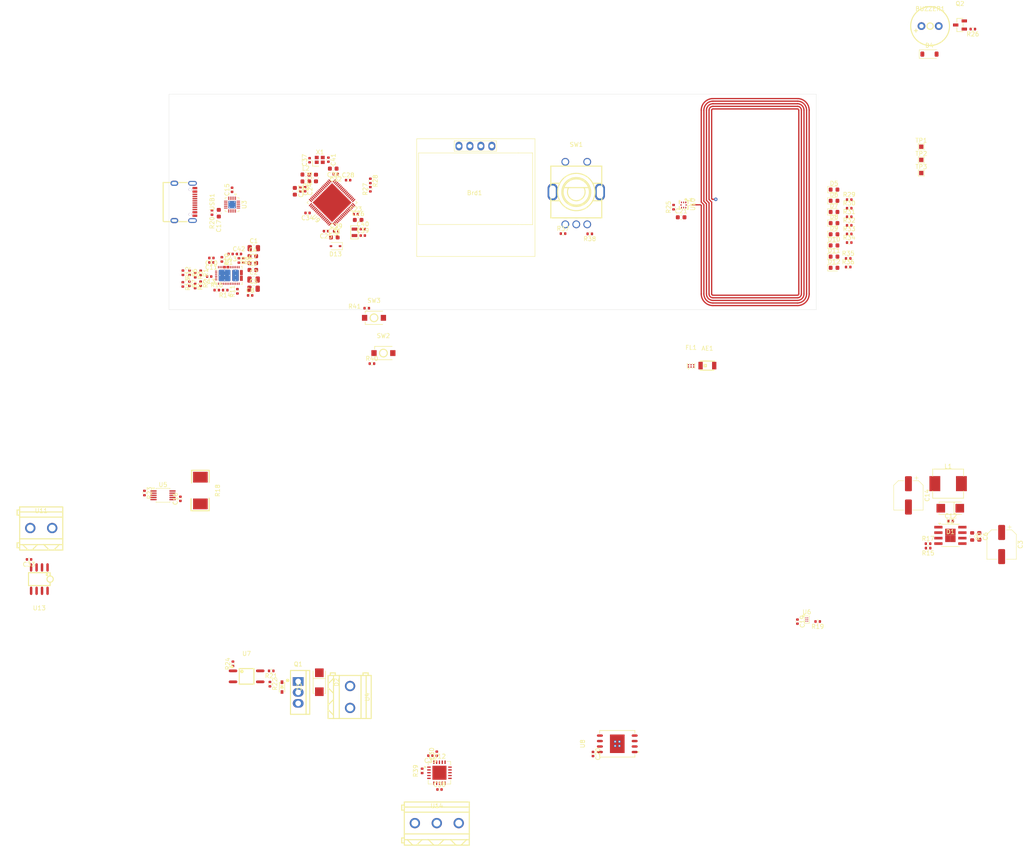
<source format=kicad_pcb>
(kicad_pcb (version 20241229) (generator "pcbnew") (generator_version "9.0")
  (layers (0 "F.Cu" signal) (4 "In1.Cu" signal) (6 "In2.Cu" signal) (2 "B.Cu" signal) (13 "F.Paste" user) (15 "B.Paste" user) (5 "F.SilkS" user "F.Silkscreen") (7 "B.SilkS" user "B.Silkscreen") (1 "F.Mask" user) (3 "B.Mask" user) (25 "Edge.Cuts" user))
  (net 0 "")
  (net 2 "Net-(AE1-ANT)")
  (net 3 "+3.3V")
  (net 4 "/I2C_SCL")
  (net 5 "/I2C_SDA")
  (net 6 "GND")
  (net 7 "Net-(D4-A)")
  (net 8 "VBUS")
  (net 9 "PPHV")
  (net 10 "LDO_3V3")
  (net 11 "Net-(D1-K)")
  (net 12 "Net-(U2-BOOT)")
  (net 13 "LDO_1V5")
  (net 14 "Net-(U3-VBIAS)")
  (net 15 "Net-(U5-VS)")
  (net 16 "Net-(U9-VFBSMPS)")
  (net 17 "/HXIN")
  (net 18 "Net-(U12-FORCE-)")
  (net 19 "Net-(U12-RTDIN+)")
  (net 20 "/LXIN")
  (net 21 "/LXOUT")
  (net 22 "/HXOUT")
  (net 23 "Net-(D2-A)")
  (net 24 "Net-(D3-K)")
  (net 25 "/LED_RED")
  (net 26 "Net-(D5-A)")
  (net 27 "Net-(D6-A)")
  (net 28 "/LED_GREEN")
  (net 29 "Net-(D7-A)")
  (net 30 "/LED_BLUE")
  (net 31 "Net-(D8-A)")
  (net 32 "/LED_PREHEAT")
  (net 33 "Net-(D9-A)")
  (net 34 "/LED_SOAK")
  (net 35 "/LED_REFLOW")
  (net 36 "Net-(D10-A)")
  (net 37 "/LED_COOLING")
  (net 38 "Net-(D11-A)")
  (net 39 "Net-(D12-A)")
  (net 40 "/LED_PD")
  (net 41 "/RF")
  (net 42 "Net-(L2-Pad1)")
  (net 43 "Net-(U9-VLXSMPS)")
  (net 44 "Net-(Q2-B)")
  (net 45 "/ADCIN1")
  (net 46 "/ADCIN2")
  (net 47 "Net-(U2-EN)")
  (net 48 "/ADCIN3")
  (net 49 "Net-(R8-Pad2)")
  (net 50 "Net-(R9-Pad2)")
  (net 51 "Net-(R10-Pad2)")
  (net 52 "/FAULT_IN")
  (net 53 "/ADCIN4")
  (net 54 "/POWER_SCL")
  (net 55 "Net-(U2-FB)")
  (net 56 "/POWER_SDA")
  (net 57 "Net-(U5-Vin+)")
  (net 58 "Net-(U5-Vbus)")
  (net 59 "/TEMP_ALERT")
  (net 60 "Net-(U3-~{FLT})")
  (net 61 "Net-(U7-COL)")
  (net 62 "/CURRENT_ALERT")
  (net 63 "/HEATBED")
  (net 64 "Net-(U7-AN)")
  (net 65 "/FIELD_DETECT")
  (net 66 "/BUZZER")
  (net 67 "/ENC_A")
  (net 68 "/ENC_B")
  (net 69 "Net-(U12-BIAS)")
  (net 70 "Net-(U12-ISENSOR)")
  (net 71 "/RESET")
  (net 72 "/BOOT")
  (net 73 "/BUTTON")
  (net 74 "/SWDIO")
  (net 75 "/SWCLK")
  (net 76 "/DRAIN")
  (net 77 "/SINK_EN")
  (net 78 "/CAP_MIS")
  (net 80 "/CC1")
  (net 83 "/CC2")
  (net 87 "/C_CC1")
  (net 88 "/C_CC2")
  (net 89 "/C_SBU2")
  (net 90 "/C_SBU1")
  (net 91 "/DP")
  (net 92 "/DN")
  (net 94 "/FLASH_IO1")
  (net 95 "/FLASH_IO0")
  (net 96 "/FLASH_IO3")
  (net 97 "/FLASH_CS")
  (net 99 "/FLASH_CLK")
  (net 100 "/FLASH_IO2")
  (net 101 "/PT_MISO")
  (net 103 "/PT_MOSI")
  (net 105 "/PT_DRDY")
  (net 106 "/PT_CS")
  (net 109 "/THERMO_MISO")
  (net 110 "/PT_SCK")
  (net 112 "/THERMO_CS")
  (net 114 "/THERMO_SCK")
  (net 116 "Net-(U10-LB)")
  (net 117 "Net-(U10-LA)")
  (net 118 "Net-(U13-T+)")
  (net 119 "Net-(U13-T-)")
  (net 120 "Net-(U12-FORCE+)")
  (footprint "Capacitor_SMD:C_0402_1005Metric" (layer "F.Cu") (at 109.775 183.675 90)
    (property "Reference" "C30" (at 0 -1.16 90) (layer "F.SilkS"))
    (property "Value" "100nF")
    (pad "1" smd roundrect (at -0.48 0 90) (size 0.56 0.62) (layers "F.Cu" "F.Mask" "F.Paste") (net 3 "+3.3V"))
    (pad "2" smd roundrect (at 0.48 0 90) (size 0.56 0.62) (layers "F.Cu" "F.Mask" "F.Paste") (net 6 "GND"))
  )
  (footprint "Capacitor_SMD:C_0603_1608Metric" (layer "F.Cu") (at 67.14 68.3)
    (property "Reference" "C4" (at 0 -1.43 0) (layer "F.SilkS"))
    (property "Value" "10nF")
    (pad "1" smd roundrect (at -0.775 0) (size 0.9 0.95) (layers "F.Cu" "F.Mask" "F.Paste") (net 8 "VBUS"))
    (pad "2" smd roundrect (at 0.775 0) (size 0.9 0.95) (layers "F.Cu" "F.Mask" "F.Paste") (net 6 "GND"))
  )
  (footprint "lcsc:TO-220-3_L10.0-W4.5-P2.54-T" (layer "F.Cu") (at 77.65 169.46)
    (property "Reference" "Q1" (at 0 -6.54 0) (layer "F.SilkS"))
    (property "Value" "IRFB3207PBF")
    (pad "1" thru_hole rect (at 0 -2.54 270) (size 2 2.5) (drill 1.300023) (layers "*.Cu" "*.Mask") (net 24 "Net-(D3-K)"))
    (pad "2" thru_hole oval (at 0 0 270) (size 2 2.5) (drill 1.300023) (layers "*.Cu" "*.Mask") (net 23 "Net-(D2-A)"))
    (pad "3" thru_hole oval (at 0 2.54 270) (size 2 2.5) (drill 1.300023) (layers "*.Cu" "*.Mask") (net 6 "GND"))
  )
  (footprint "Capacitor_SMD:C_0603_1608Metric" (layer "F.Cu") (at 67.14 69.9)
    (property "Reference" "C7" (at 0 -1.43 0) (layer "F.SilkS"))
    (property "Value" "10nF")
    (pad "1" smd roundrect (at -0.775 0) (size 0.9 0.95) (layers "F.Cu" "F.Mask" "F.Paste") (net 8 "VBUS"))
    (pad "2" smd roundrect (at 0.775 0) (size 0.9 0.95) (layers "F.Cu" "F.Mask" "F.Paste") (net 6 "GND"))
  )
  (footprint "Resistor_SMD:R_0402_1005Metric" (layer "F.Cu") (at 71.4 164.475 180)
    (property "Reference" "R21" (at 0 -1.17 0) (layer "F.SilkS"))
    (property "Value" "1K")
    (pad "1" smd roundrect (at -0.51 0 180) (size 0.54 0.64) (layers "F.Cu" "F.Mask" "F.Paste") (net 9 "PPHV"))
    (pad "2" smd roundrect (at 0.51 0 180) (size 0.54 0.64) (layers "F.Cu" "F.Mask" "F.Paste") (net 61 "Net-(U7-COL)"))
  )
  (footprint "Capacitor_SMD:C_0402_1005Metric" (layer "F.Cu") (at 89.222499 50.67925)
    (property "Reference" "C28" (at 0 -1.16 0) (layer "F.SilkS"))
    (property "Value" "100nF")
    (pad "1" smd roundrect (at -0.48 0) (size 0.56 0.62) (layers "F.Cu" "F.Mask" "F.Paste") (net 3 "+3.3V"))
    (pad "2" smd roundrect (at 0.48 0) (size 0.56 0.62) (layers "F.Cu" "F.Mask" "F.Paste") (net 6 "GND"))
  )
  (footprint "Resistor_SMD:R_0402_1005Metric" (layer "F.Cu") (at 93.54 80.375 180)
    (property "Reference" "R41" (at 2.815 0.425 0) (layer "F.SilkS"))
    (property "Value" "10K")
    (pad "1" smd roundrect (at -0.51 0 180) (size 0.54 0.64) (layers "F.Cu" "F.Mask" "F.Paste") (net 6 "GND"))
    (pad "2" smd roundrect (at 0.51 0 180) (size 0.54 0.64) (layers "F.Cu" "F.Mask" "F.Paste") (net 72 "/BOOT"))
  )
  (footprint "Capacitor_SMD:C_0402_1005Metric" (layer "F.Cu") (at 228.9 129.725)
    (property "Reference" "C12" (at 0 -1.16 0) (layer "F.SilkS"))
    (property "Value" "10nF")
    (pad "1" smd roundrect (at -0.48 0) (size 0.56 0.62) (layers "F.Cu" "F.Mask" "F.Paste") (net 12 "Net-(U2-BOOT)"))
    (pad "2" smd roundrect (at 0.48 0) (size 0.56 0.62) (layers "F.Cu" "F.Mask" "F.Paste") (net 11 "Net-(D1-K)"))
  )
  (footprint "Capacitor_SMD:C_0402_1005Metric" (layer "F.Cu") (at 193.35 153.05 -90)
    (property "Reference" "C19" (at 0 -1.16 90) (layer "F.SilkS"))
    (property "Value" "100nF")
    (pad "1" smd roundrect (at -0.48 0 270) (size 0.56 0.62) (layers "F.Cu" "F.Mask" "F.Paste") (net 3 "+3.3V"))
    (pad "2" smd roundrect (at 0.48 0 270) (size 0.56 0.62) (layers "F.Cu" "F.Mask" "F.Paste") (net 6 "GND"))
  )
  (footprint "Resistor_SMD:R_0402_1005Metric" (layer "F.Cu") (at 164.65 56.94 90)
    (property "Reference" "R25" (at 0 -1.17 90) (layer "F.SilkS"))
    (property "Value" "4.7K")
    (pad "1" smd roundrect (at -0.51 0 90) (size 0.54 0.64) (layers "F.Cu" "F.Mask" "F.Paste") (net 3 "+3.3V"))
    (pad "2" smd roundrect (at 0.51 0 90) (size 0.54 0.64) (layers "F.Cu" "F.Mask" "F.Paste") (net 65 "/FIELD_DETECT"))
  )
  (footprint "SSD1306:128x64OLED" (layer "F.Cu") (at 118.525 53.375)
    (property "Reference" "Brd1" (at 0 0.254 0) (layer "F.SilkS"))
    (property "Value" "SSD1306")
    (pad "1" thru_hole oval (at -3.62 -10.6 90) (size 2 1.6) (drill 1) (layers "*.Cu" "*.Mask") (net 6 "GND"))
    (pad "2" thru_hole oval (at -1.08 -10.6 90) (size 2 1.6) (drill 1) (layers "*.Cu" "*.Mask") (net 3 "+3.3V"))
    (pad "3" thru_hole oval (at 1.46 -10.6 90) (size 2 1.6) (drill 1) (layers "*.Cu" "*.Mask") (net 4 "/I2C_SCL"))
    (pad "4" thru_hole oval (at 4 -10.6 90) (size 2 1.6) (drill 1) (layers "*.Cu" "*.Mask") (net 5 "/I2C_SDA"))
  )
  (footprint "lcsc:USB-C-SMD_TYPE-C-6PIN-2MD-073" (layer "F.Cu") (at 51.33 55.725 -90)
    (property "Reference" "USB1" (at 0 -6.38 90) (layer "F.SilkS"))
    (property "Value" "TYPE-C 16PIN 2MD(073)")
    (pad "" thru_hole circle (at -2.89 -1.3 270) (size 0.7 0.7) (drill 0.7) (layers "*.Cu" "*.Mask"))
    (pad "" thru_hole circle (at 2.89 -1.3 270) (size 0.7 0.7) (drill 0.7) (layers "*.Cu" "*.Mask"))
    (pad "1" smd rect (at -3.2 -2.38 270) (size 0.55 1.1) (layers "F.Cu" "F.Mask" "F.Paste") (net 6 "GND"))
    (pad "2" smd rect (at -2.4 -2.38 270) (size 0.55 1.1) (layers "F.Cu" "F.Mask" "F.Paste") (net 8 "VBUS"))
    (pad "3" smd rect (at -1.75 -2.38 270) (size 0.3 1.1) (layers "F.Cu" "F.Mask" "F.Paste") (net 89 "/C_SBU2"))
    (pad "4" smd rect (at -1.25 -2.38 270) (size 0.3 1.1) (layers "F.Cu" "F.Mask" "F.Paste") (net 87 "/C_CC1"))
    (pad "5" smd rect (at -0.75 -2.38 270) (size 0.3 1.1) (layers "F.Cu" "F.Mask" "F.Paste") (net 92 "/DN"))
    (pad "6" smd rect (at -0.25 -2.38 270) (size 0.3 1.1) (layers "F.Cu" "F.Mask" "F.Paste") (net 91 "/DP"))
    (pad "7" smd rect (at 0.25 -2.38 270) (size 0.3 1.1) (layers "F.Cu" "F.Mask" "F.Paste") (net 92 "/DN"))
    (pad "8" smd rect (at 0.75 -2.38 270) (size 0.3 1.1) (layers "F.Cu" "F.Mask" "F.Paste") (net 91 "/DP"))
    (pad "9" smd rect (at 1.25 -2.38 270) (size 0.3 1.1) (layers "F.Cu" "F.Mask" "F.Paste") (net 90 "/C_SBU1"))
    (pad "10" smd rect (at 1.75 -2.38 270) (size 0.3 1.1) (layers "F.Cu" "F.Mask" "F.Paste") (net 88 "/C_CC2"))
    (pad "11" smd rect (at 2.4 -2.38 270) (size 0.55 1.1) (layers "F.Cu" "F.Mask" "F.Paste") (net 8 "VBUS"))
    (pad "12" smd rect (at 3.2 -2.38 270) (size 0.55 1.1) (layers "F.Cu" "F.Mask" "F.Paste") (net 6 "GND"))
    (pad "13" thru_hole oval (at -4.32 -1.83 270) (size 1.1 2) (drill oval 0.599999 1.499997) (layers "*.Cu" "*.Mask") (net 6 "GND"))
    (pad "13" thru_hole oval (at -4.32 2.38 270) (size 1.2 1.8) (drill oval 0.599999 1.199998) (layers "*.Cu" "*.Mask") (net 6 "GND"))
    (pad "14" thru_hole oval (at 4.32 -1.83 270) (size 1.1 2) (drill oval 0.599999 1.500022) (layers "*.Cu" "*.Mask") (net 6 "GND"))
    (pad "14" thru_hole oval (at 4.32 2.38 270) (size 1.2 1.8) (drill oval 0.599999 1.199998) (layers "*.Cu" "*.Mask") (net 6 "GND"))
  )
  (footprint "Package_DFN_QFN:QFN-68-1EP_8x8mm_P0.4mm_EP6.4x6.4mm" (layer "F.Cu") (at 85.507499 55.874251 135)
    (property "Reference" "U9" (at 0 -5.3 135) (layer "F.SilkS"))
    (property "Value" "STM32WB55REVx")
    (pad "1" smd roundrect (at -3.8875 -3.2 135) (size 0.925 0.25) (layers "F.Cu" "F.Mask" "F.Paste") (net 3 "+3.3V"))
    (pad "2" smd roundrect (at -3.887501 -2.8 135) (size 0.925 0.25) (layers "F.Cu" "F.Mask" "F.Paste") (net 62 "/CURRENT_ALERT"))
    (pad "3" smd roundrect (at -3.8875 -2.4 135) (size 0.925 0.25) (layers "F.Cu" "F.Mask" "F.Paste") (net 20 "/LXIN"))
    (pad "4" smd roundrect (at -3.8875 -2 135) (size 0.925 0.25) (layers "F.Cu" "F.Mask" "F.Paste") (net 21 "/LXOUT"))
    (pad "5" smd roundrect (at -3.8875 -1.6 135) (size 0.925 0.25) (layers "F.Cu" "F.Mask" "F.Paste") (net 72 "/BOOT"))
    (pad "6" smd roundrect (at -3.8875 -1.200001 135) (size 0.925 0.25) (layers "F.Cu" "F.Mask" "F.Paste") (net 94 "/FLASH_IO1"))
    (pad "7" smd roundrect (at -3.8875 -0.8 135) (size 0.925 0.25) (layers "F.Cu" "F.Mask" "F.Paste") (net 95 "/FLASH_IO0"))
    (pad "8" smd roundrect (at -3.8875 -0.4 135) (size 0.925 0.25) (layers "F.Cu" "F.Mask" "F.Paste") (net 71 "/RESET"))
    (pad "9" smd roundrect (at -3.887501 0 135) (size 0.925 0.25) (layers "F.Cu" "F.Mask" "F.Paste") (net 67 "/ENC_A"))
    (pad "10" smd roundrect (at -3.8875 0.4 135) (size 0.925 0.25) (layers "F.Cu" "F.Mask" "F.Paste") (net 73 "/BUTTON"))
    (pad "11" smd roundrect (at -3.8875 0.8 135) (size 0.925 0.25) (layers "F.Cu" "F.Mask" "F.Paste") (net 68 "/ENC_B"))
    (pad "12" smd roundrect (at -3.8875 1.200001 135) (size 0.925 0.25) (layers "F.Cu" "F.Mask" "F.Paste"))
    (pad "13" smd roundrect (at -3.8875 1.6 135) (size 0.925 0.25) (layers "F.Cu" "F.Mask" "F.Paste") (net 3 "+3.3V"))
    (pad "14" smd roundrect (at -3.8875 2 135) (size 0.925 0.25) (layers "F.Cu" "F.Mask" "F.Paste") (net 3 "+3.3V"))
    (pad "15" smd roundrect (at -3.8875 2.4 135) (size 0.925 0.25) (layers "F.Cu" "F.Mask" "F.Paste") (net 63 "/HEATBED"))
    (pad "16" smd roundrect (at -3.887501 2.8 135) (size 0.925 0.25) (layers "F.Cu" "F.Mask" "F.Paste"))
    (pad "17" smd roundrect (at -3.8875 3.2 135) (size 0.925 0.25) (layers "F.Cu" "F.Mask" "F.Paste") (net 97 "/FLASH_CS"))
    (pad "18" smd roundrect (at -3.2 3.8875 135) (size 0.25 0.925) (layers "F.Cu" "F.Mask" "F.Paste") (net 99 "/FLASH_CLK"))
    (pad "19" smd roundrect (at -2.8 3.887501 135) (size 0.25 0.925) (layers "F.Cu" "F.Mask" "F.Paste") (net 106 "/PT_CS"))
    (pad "20" smd roundrect (at -2.4 3.8875 135) (size 0.25 0.925) (layers "F.Cu" "F.Mask" "F.Paste") (net 105 "/PT_DRDY"))
    (pad "21" smd roundrect (at -2 3.8875 135) (size 0.25 0.925) (layers "F.Cu" "F.Mask" "F.Paste") (net 96 "/FLASH_IO3"))
    (pad "22" smd roundrect (at -1.6 3.8875 135) (size 0.25 0.925) (layers "F.Cu" "F.Mask" "F.Paste") (net 100 "/FLASH_IO2"))
    (pad "23" smd roundrect (at -1.200001 3.8875 135) (size 0.25 0.925) (layers "F.Cu" "F.Mask" "F.Paste") (net 66 "/BUZZER"))
    (pad "24" smd roundrect (at -0.8 3.8875 135) (size 0.25 0.925) (layers "F.Cu" "F.Mask" "F.Paste"))
    (pad "25" smd roundrect (at -0.4 3.8875 135) (size 0.25 0.925) (layers "F.Cu" "F.Mask" "F.Paste"))
    (pad "26" smd roundrect (at 0 3.887501 135) (size 0.25 0.925) (layers "F.Cu" "F.Mask" "F.Paste") (net 65 "/FIELD_DETECT"))
    (pad "27" smd roundrect (at 0.4 3.8875 135) (size 0.25 0.925) (layers "F.Cu" "F.Mask" "F.Paste") (net 59 "/TEMP_ALERT"))
    (pad "28" smd roundrect (at 0.8 3.8875 135) (size 0.25 0.925) (layers "F.Cu" "F.Mask" "F.Paste") (net 4 "/I2C_SCL"))
    (pad "29" smd roundrect (at 1.200001 3.8875 135) (size 0.25 0.925) (layers "F.Cu" "F.Mask" "F.Paste") (net 5 "/I2C_SDA"))
    (pad "30" smd roundrect (at 1.6 3.8875 135) (size 0.25 0.925) (layers "F.Cu" "F.Mask" "F.Paste") (net 3 "+3.3V"))
    (pad "31" smd roundrect (at 2 3.8875 135) (size 0.25 0.925) (layers "F.Cu" "F.Mask" "F.Paste") (net 41 "/RF"))
    (pad "32" smd roundrect (at 2.4 3.8875 135) (size 0.25 0.925) (layers "F.Cu" "F.Mask" "F.Paste") (net 6 "GND"))
    (pad "33" smd roundrect (at 2.8 3.887501 135) (size 0.25 0.925) (layers "F.Cu" "F.Mask" "F.Paste") (net 3 "+3.3V"))
    (pad "34" smd roundrect (at 3.2 3.8875 135) (size 0.25 0.925) (layers "F.Cu" "F.Mask" "F.Paste") (net 22 "/HXOUT"))
    (pad "35" smd roundrect (at 3.8875 3.2 135) (size 0.925 0.25) (layers "F.Cu" "F.Mask" "F.Paste") (net 17 "/HXIN"))
    (pad "36" smd roundrect (at 3.887501 2.8 135) (size 0.925 0.25) (layers "F.Cu" "F.Mask" "F.Paste"))
    (pad "37" smd roundrect (at 3.8875 2.4 135) (size 0.925 0.25) (layers "F.Cu" "F.Mask" "F.Paste"))
    (pad "38" smd roundrect (at 3.8875 2 135) (size 0.925 0.25) (layers "F.Cu" "F.Mask" "F.Paste") (net 30 "/LED_BLUE"))
    (pad "39" smd roundrect (at 3.8875 1.6 135) (size 0.925 0.25) (layers "F.Cu" "F.Mask" "F.Paste") (net 28 "/LED_GREEN"))
    (pad "40" smd roundrect (at 3.8875 1.200001 135) (size 0.925 0.25) (layers "F.Cu" "F.Mask" "F.Paste") (net 25 "/LED_RED"))
    (pad "41" smd roundrect (at 3.8875 0.8 135) (size 0.925 0.25) (layers "F.Cu" "F.Mask" "F.Paste") (net 16 "Net-(U9-VFBSMPS)"))
    (pad "42" smd roundrect (at 3.8875 0.4 135) (size 0.925 0.25) (layers "F.Cu" "F.Mask" "F.Paste") (net 6 "GND"))
    (pad "43" smd roundrect (at 3.887501 0 135) (size 0.925 0.25) (layers "F.Cu" "F.Mask" "F.Paste") (net 43 "Net-(U9-VLXSMPS)"))
    (pad "44" smd roundrect (at 3.8875 -0.4 135) (size 0.925 0.25) (layers "F.Cu" "F.Mask" "F.Paste") (net 3 "+3.3V"))
    (pad "45" smd roundrect (at 3.8875 -0.8 135) (size 0.925 0.25) (layers "F.Cu" "F.Mask" "F.Paste") (net 3 "+3.3V"))
    (pad "46" smd roundrect (at 3.8875 -1.200001 135) (size 0.925 0.25) (layers "F.Cu" "F.Mask" "F.Paste") (net 112 "/THERMO_CS"))
    (pad "47" smd roundrect (at 3.8875 -1.6 135) (size 0.925 0.25) (layers "F.Cu" "F.Mask" "F.Paste") (net 114 "/THERMO_SCK"))
    (pad "48" smd roundrect (at 3.8875 -2 135) (size 0.925 0.25) (layers "F.Cu" "F.Mask" "F.Paste") (net 109 "/THERMO_MISO"))
    (pad "49" smd roundrect (at 3.8875 -2.4 135) (size 0.925 0.25) (layers "F.Cu" "F.Mask" "F.Paste") (net 52 "/FAULT_IN"))
    (pad "50" smd roundrect (at 3.887501 -2.8 135) (size 0.925 0.25) (layers "F.Cu" "F.Mask" "F.Paste") (net 77 "/SINK_EN"))
    (pad "51" smd roundrect (at 3.8875 -3.2 135) (size 0.925 0.25) (layers "F.Cu" "F.Mask" "F.Paste") (net 78 "/CAP_MIS"))
    (pad "52" smd roundrect (at 3.2 -3.8875 135) (size 0.25 0.925) (layers "F.Cu" "F.Mask" "F.Paste") (net 92 "/DN"))
    (pad "53" smd roundrect (at 2.8 -3.887501 135) (size 0.25 0.925) (layers "F.Cu" "F.Mask" "F.Paste") (net 91 "/DP"))
    (pad "54" smd roundrect (at 2.4 -3.8875 135) (size 0.25 0.925) (layers "F.Cu" "F.Mask" "F.Paste") (net 74 "/SWDIO"))
    (pad "55" smd roundrect (at 2 -3.8875 135) (size 0.25 0.925) (layers "F.Cu" "F.Mask" "F.Paste") (net 3 "+3.3V"))
    (pad "56" smd roundrect (at 1.6 -3.8875 135) (size 0.25 0.925) (layers "F.Cu" "F.Mask" "F.Paste") (net 75 "/SWCLK"))
    (pad "57" smd roundrect (at 1.200001 -3.8875 135) (size 0.25 0.925) (layers "F.Cu" "F.Mask" "F.Paste"))
    (pad "58" smd roundrect (at 0.8 -3.8875 135) (size 0.25 0.925) (layers "F.Cu" "F.Mask" "F.Paste") (net 37 "/LED_COOLING"))
    (pad "59" smd roundrect (at 0.4 -3.8875 135) (size 0.25 0.925) (layers "F.Cu" "F.Mask" "F.Paste") (net 35 "/LED_REFLOW"))
    (pad "60" smd roundrect (at 0 -3.887501 135) (size 0.25 0.925) (layers "F.Cu" "F.Mask" "F.Paste") (net 34 "/LED_SOAK"))
    (pad "61" smd roundrect (at -0.4 -3.8875 135) (size 0.25 0.925) (layers "F.Cu" "F.Mask" "F.Paste") (net 32 "/LED_PREHEAT"))
    (pad "62" smd roundrect (at -0.8 -3.8875 135) (size 0.25 0.925) (layers "F.Cu" "F.Mask" "F.Paste") (net 40 "/LED_PD"))
    (pad "63" smd roundrect (at -1.200001 -3.8875 135) (size 0.25 0.925) (layers "F.Cu" "F.Mask" "F.Paste") (net 110 "/PT_SCK"))
    (pad "64" smd roundrect (at -1.6 -3.8875 135) (size 0.25 0.925) (layers "F.Cu" "F.Mask" "F.Paste") (net 101 "/PT_MISO"))
    (pad "65" smd roundrect (at -2 -3.8875 135) (size 0.25 0.925) (layers "F.Cu" "F.Mask" "F.Paste") (net 103 "/PT_MOSI"))
    (pad "66" smd roundrect (at -2.4 -3.8875 135) (size 0.25 0.925) (layers "F.Cu" "F.Mask" "F.Paste") (net 54 "/POWER_SCL"))
    (pad "67" smd roundrect (at -2.8 -3.887501 135) (size 0.25 0.925) (layers "F.Cu" "F.Mask" "F.Paste") (net 56 "/POWER_SDA"))
    (pad "68" smd roundrect (at -3.2 -3.8875 135) (size 0.25 0.925) (layers "F.Cu" "F.Mask" "F.Paste") (net 3 "+3.3V"))
    (pad "69" smd rect (at 0 0 135) (size 6.4 6.4) (property pad_prop_heatsink) (layers "F.Cu" "F.Mask") (net 6 "GND"))
  )
  (footprint "LED_SMD:LED_0603_1608Metric" (layer "F.Cu") (at 201.8375 55.46)
    (property "Reference" "D6" (at 0 -1.43 0) (layer "F.SilkS"))
    (property "Value" "LED")
    (pad "1" smd roundrect (at -0.7875 0) (size 0.875 0.95) (layers "F.Cu" "F.Mask" "F.Paste") (net 28 "/LED_GREEN"))
    (pad "2" smd roundrect (at 0.7875 0) (size 0.875 0.95) (layers "F.Cu" "F.Mask" "F.Paste") (net 27 "Net-(D6-A)"))
  )
  (footprint "Resistor_SMD:R_0402_1005Metric" (layer "F.Cu") (at 94.74 93.225)
    (property "Reference" "R40" (at 0 -1.17 0) (layer "F.SilkS"))
    (property "Value" "10K")
    (pad "1" smd roundrect (at -0.51 0) (size 0.54 0.64) (layers "F.Cu" "F.Mask" "F.Paste") (net 3 "+3.3V"))
    (pad "2" smd roundrect (at 0.51 0) (size 0.54 0.64) (layers "F.Cu" "F.Mask" "F.Paste") (net 71 "/RESET"))
  )
  (footprint "Resistor_SMD:R_0402_1005Metric" (layer "F.Cu") (at 139.025 63.075)
    (property "Reference" "R37" (at 0 -1.17 0) (layer "F.SilkS"))
    (property "Value" "10K")
    (pad "1" smd roundrect (at -0.51 0) (size 0.54 0.64) (layers "F.Cu" "F.Mask" "F.Paste") (net 3 "+3.3V"))
    (pad "2" smd roundrect (at 0.51 0) (size 0.54 0.64) (layers "F.Cu" "F.Mask" "F.Paste") (net 67 "/ENC_A"))
  )
  (footprint "lcsc:SOIC-4_L3.6-W4.4-P2.54-LS7.0-TL" (layer "F.Cu") (at 65.7 165.737667)
    (property "Reference" "U7" (at 0 -5.27 0) (layer "F.SilkS"))
    (property "Value" "TLP183(GRH-TPL,E(T")
    (pad "1" smd oval (at -3.15 -1.27 90) (size 0.65 2) (layers "F.Cu" "F.Mask" "F.Paste") (net 64 "Net-(U7-AN)"))
    (pad "3" smd oval (at -3.15 1.27 90) (size 0.65 2) (layers "F.Cu" "F.Mask" "F.Paste") (net 6 "GND"))
    (pad "4" smd oval (at 3.15 1.27 90) (size 0.65 2) (layers "F.Cu" "F.Mask" "F.Paste") (net 24 "Net-(D3-K)"))
    (pad "6" smd oval (at 3.15 -1.27 90) (size 0.65 2) (layers "F.Cu" "F.Mask" "F.Paste") (net 61 "Net-(U7-COL)"))
  )
  (footprint "lcsc:SOT-23-3_L2.9-W1.3-P1.90-LS2.4-BR" (layer "F.Cu") (at 231.025 14.7)
    (property "Reference" "Q2" (at 0 -4.95 0) (layer "F.SilkS"))
    (property "Value" "2SC1815_C727146")
    (pad "1" smd rect (at 1 0.95) (size 1.25 0.7) (layers "F.Cu" "F.Mask" "F.Paste") (net 44 "Net-(Q2-B)"))
    (pad "2" smd rect (at 1 -0.95) (size 1.25 0.7) (layers "F.Cu" "F.Mask" "F.Paste") (net 6 "GND"))
    (pad "3" smd rect (at -1 0) (size 1.25 0.7) (layers "F.Cu" "F.Mask" "F.Paste") (net 7 "Net-(D4-A)"))
  )
  (footprint "lcsc:OSC-SMD_L2.0-W1.2" (layer "F.Cu") (at 90.697499 62.77925 90)
    (property "Reference" "X2" (at 0 -4 90) (layer "F.SilkS"))
    (property "Value" "X201232768KJD2SI")
    (pad "1" smd rect (at -0.75 0 90) (size 0.7 1.3) (layers "F.Cu" "F.Mask" "F.Paste") (net 20 "/LXIN"))
    (pad "2" smd rect (at 0.75 0 90) (size 0.7 1.3) (layers "F.Cu" "F.Mask" "F.Paste") (net 21 "/LXOUT"))
  )
  (footprint "Capacitor_SMD:C_0402_1005Metric" (layer "F.Cu") (at 108.3 184.125 180)
    (property "Reference" "C35" (at 0 -1.16 0) (layer "F.SilkS"))
    (property "Value" "100nF")
    (pad "1" smd roundrect (at -0.48 0 180) (size 0.56 0.62) (layers "F.Cu" "F.Mask" "F.Paste") (net 3 "+3.3V"))
    (pad "2" smd roundrect (at 0.48 0 180) (size 0.56 0.62) (layers "F.Cu" "F.Mask" "F.Paste") (net 6 "GND"))
  )
  (footprint "Resistor_SMD:R_0402_1005Metric" (layer "F.Cu") (at 52.49 72.15 -90)
    (property "Reference" "R6" (at 0 -1.17 90) (layer "F.SilkS"))
    (property "Value" "162K")
    (pad "1" smd roundrect (at -0.51 0 270) (size 0.54 0.64) (layers "F.Cu" "F.Mask" "F.Paste") (net 10 "LDO_3V3"))
    (pad "2" smd roundrect (at 0.51 0 270) (size 0.54 0.64) (layers "F.Cu" "F.Mask" "F.Paste") (net 48 "/ADCIN3"))
  )
  (footprint "Package_SO:VSSOP-10_3x3mm_P0.5mm" (layer "F.Cu") (at 46.325 123.755)
    (property "Reference" "U5" (at 0 -2.45 0) (layer "F.SilkS"))
    (property "Value" "INA226")
    (pad "1" smd roundrect (at -2.2 -1) (size 1.45 0.3) (layers "F.Cu" "F.Mask" "F.Paste") (net 6 "GND"))
    (pad "2" smd roundrect (at -2.2 -0.5) (size 1.45 0.3) (layers "F.Cu" "F.Mask" "F.Paste") (net 6 "GND"))
    (pad "3" smd roundrect (at -2.2 0) (size 1.45 0.3) (layers "F.Cu" "F.Mask" "F.Paste") (net 62 "/CURRENT_ALERT"))
    (pad "4" smd roundrect (at -2.2 0.5) (size 1.45 0.3) (layers "F.Cu" "F.Mask" "F.Paste") (net 56 "/POWER_SDA"))
    (pad "5" smd roundrect (at -2.2 1) (size 1.45 0.3) (layers "F.Cu" "F.Mask" "F.Paste") (net 54 "/POWER_SCL"))
    (pad "6" smd roundrect (at 2.2 1) (size 1.45 0.3) (layers "F.Cu" "F.Mask" "F.Paste") (net 15 "Net-(U5-VS)"))
    (pad "7" smd roundrect (at 2.2 0.5) (size 1.45 0.3) (layers "F.Cu" "F.Mask" "F.Paste") (net 6 "GND"))
    (pad "8" smd roundrect (at 2.2 0) (size 1.45 0.3) (layers "F.Cu" "F.Mask" "F.Paste") (net 58 "Net-(U5-Vbus)"))
    (pad "9" smd roundrect (at 2.2 -0.5) (size 1.45 0.3) (layers "F.Cu" "F.Mask" "F.Paste") (net 58 "Net-(U5-Vbus)"))
    (pad "10" smd roundrect (at 2.2 -1) (size 1.45 0.3) (layers "F.Cu" "F.Mask" "F.Paste") (net 57 "Net-(U5-Vin+)"))
  )
  (footprint "Resistor_SMD:R_0402_1005Metric" (layer "F.Cu") (at 58.78 76.175)
    (property "Reference" "R16" (at 0 -1.17 0) (layer "F.SilkS"))
    (property "Value" "3.3K")
    (pad "1" smd roundrect (at -0.51 0) (size 0.54 0.64) (layers "F.Cu" "F.Mask" "F.Paste") (net 10 "LDO_3V3"))
    (pad "2" smd roundrect (at 0.51 0) (size 0.54 0.64) (layers "F.Cu" "F.Mask" "F.Paste") (net 56 "/POWER_SDA"))
  )
  (footprint "Resistor_SMD:R_0402_1005Metric" (layer "F.Cu") (at 205.115 70.825)
    (property "Reference" "R36" (at 0 -1.17 0) (layer "F.SilkS"))
    (property "Value" "100")
    (pad "1" smd roundrect (at -0.51 0) (size 0.54 0.64) (layers "F.Cu" "F.Mask" "F.Paste") (net 39 "Net-(D12-A)"))
    (pad "2" smd roundrect (at 0.51 0) (size 0.54 0.64) (layers "F.Cu" "F.Mask" "F.Paste") (net 3 "+3.3V"))
  )
  (footprint "Capacitor_SMD:C_0402_1005Metric" (layer "F.Cu") (at 15.275 138.63 180)
    (property "Reference" "C33" (at 0 -1.16 0) (layer "F.SilkS"))
    (property "Value" "100nF")
    (pad "1" smd roundrect (at -0.48 0 180) (size 0.56 0.62) (layers "F.Cu" "F.Mask" "F.Paste") (net 3 "+3.3V"))
    (pad "2" smd roundrect (at 0.48 0 180) (size 0.56 0.62) (layers "F.Cu" "F.Mask" "F.Paste") (net 6 "GND"))
  )
  (footprint "Capacitor_SMD:C_0603_1608Metric" (layer "F.Cu") (at 166.4 59.29)
    (property "Reference" "C21" (at 0 -1.43 0) (layer "F.SilkS"))
    (property "Value" "220nF")
    (pad "1" smd roundrect (at -0.775 0) (size 0.9 0.95) (layers "F.Cu" "F.Mask" "F.Paste") (net 6 "GND"))
    (pad "2" smd roundrect (at 0.775 0) (size 0.9 0.95) (layers "F.Cu" "F.Mask" "F.Paste") (net 3 "+3.3V"))
  )
  (footprint "Capacitor_SMD:C_0402_1005Metric" (layer "F.Cu") (at 79.822499 58.27925 180)
    (property "Reference" "C34" (at 0 -1.16 0) (layer "F.SilkS"))
    (property "Value" "100nF")
    (pad "1" smd roundrect (at -0.48 0 180) (size 0.56 0.62) (layers "F.Cu" "F.Mask" "F.Paste") (net 3 "+3.3V"))
    (pad "2" smd roundrect (at 0.48 0 180) (size 0.56 0.62) (layers "F.Cu" "F.Mask" "F.Paste") (net 6 "GND"))
  )
  (footprint "lcsc:SOD-323_L1.7-W1.3-LS2.6-RD" (layer "F.Cu") (at 73.9 168.225 -90)
    (property "Reference" "D3" (at 0 -4 90) (layer "F.SilkS"))
    (property "Value" "15V")
    (pad "1" smd rect (at -1.14 0) (size 0.63 0.83) (layers "F.Cu" "F.Mask" "F.Paste") (net 24 "Net-(D3-K)"))
    (pad "2" smd rect (at 1.14 0) (size 0.63 0.83) (layers "F.Cu" "F.Mask" "F.Paste") (net 6 "GND"))
  )
  (footprint "lcsc:XQFN-8_L1.6-W1.6-P0.50-BL_NT3H2111W0FHKH" (layer "F.Cu") (at 166.975 56.44 -90)
    (property "Reference" "U10" (at -0.15 -2.15 90) (layer "F.SilkS"))
    (property "Value" "NT3H2111W0FHKH")
    (pad "1" smd rect (at -0.6 -0.5 270) (size 0.4 0.28) (layers "F.Cu" "F.Mask" "F.Paste") (net 117 "Net-(U10-LA)"))
    (pad "2" smd rect (at -0.6 0 270) (size 0.4 0.22) (layers "F.Cu" "F.Mask" "F.Paste") (net 6 "GND"))
    (pad "3" smd rect (at -0.6 0.5 270) (size 0.4 0.22) (layers "F.Cu" "F.Mask" "F.Paste") (net 4 "/I2C_SCL"))
    (pad "4" smd rect (at 0 0.6) (size 0.4 0.22) (layers "F.Cu" "F.Mask" "F.Paste") (net 65 "/FIELD_DETECT"))
    (pad "5" smd rect (at 0.6 0.5 270) (size 0.4 0.22) (layers "F.Cu" "F.Mask" "F.Paste") (net 5 "/I2C_SDA"))
    (pad "6" smd rect (at 0.6 0 270) (size 0.4 0.22) (layers "F.Cu" "F.Mask" "F.Paste") (net 3 "+3.3V"))
    (pad "7" smd rect (at 0.6 -0.5 270) (size 0.4 0.22) (layers "F.Cu" "F.Mask" "F.Paste") (net 3 "+3.3V"))
    (pad "8" smd rect (at 0 -0.6) (size 0.4 0.22) (layers "F.Cu" "F.Mask" "F.Paste") (net 116 "Net-(U10-LB)"))
  )
  (footprint "TestPoint:TestPoint_Pad_1.0x1.0mm" (layer "F.Cu") (at 222.05 49.025)
    (property "Reference" "TP3" (at 0 -1.448 0) (layer "F.SilkS"))
    (property "Value" "TestPoint")
    (pad "1" smd rect (at 0 0) (size 1 1) (layers "F.Cu" "F.Mask") (net 6 "GND"))
  )
  (footprint "Inductor_SMD:L_0603_1608Metric" (layer "F.Cu") (at 79.422499 50.97925 180)
    (property "Reference" "L3" (at 0 -1.43 0) (layer "F.SilkS"))
    (property "Value" "10nH")
    (pad "1" smd roundrect (at -0.7875 0 180) (size 0.875 0.95) (layers "F.Cu" "F.Mask" "F.Paste") (net 43 "Net-(U9-VLXSMPS)"))
    (pad "2" smd roundrect (at 0.7875 0 180) (size 0.875 0.95) (layers "F.Cu" "F.Mask" "F.Paste") (net 42 "Net-(L2-Pad1)"))
  )
  (footprint "Resistor_SMD:R_0402_1005Metric" (layer "F.Cu") (at 205.115 68.835)
    (property "Reference" "R35" (at 0 -1.17 0) (layer "F.SilkS"))
    (property "Value" "100")
    (pad "1" smd roundrect (at -0.51 0) (size 0.54 0.64) (layers "F.Cu" "F.Mask" "F.Paste") (net 38 "Net-(D11-A)"))
    (pad "2" smd roundrect (at 0.51 0) (size 0.54 0.64) (layers "F.Cu" "F.Mask" "F.Paste") (net 3 "+3.3V"))
  )
  (footprint "Package_DFN_QFN:WQFN-20-1EP_3x3mm_P0.4mm_EP1.7x1.7mm_ThermalVias" (layer "F.Cu") (at 62.325 56.35 -90)
    (property "Reference" "U3" (at 0 -2.83 90) (layer "F.SilkS"))
    (property "Value" "TPD6S300A")
    (pad "1" smd roundrect (at -1.4625 -0.8 270) (size 0.825 0.2) (layers "F.Cu" "F.Mask" "F.Paste") (net 90 "/C_SBU1"))
    (pad "2" smd roundrect (at -1.4625 -0.4 270) (size 0.825 0.2) (layers "F.Cu" "F.Mask" "F.Paste") (net 89 "/C_SBU2"))
    (pad "3" smd roundrect (at -1.4625 0 270) (size 0.825 0.2) (layers "F.Cu" "F.Mask" "F.Paste") (net 14 "Net-(U3-VBIAS)"))
    (pad "4" smd roundrect (at -1.4625 0.4 270) (size 0.825 0.2) (layers "F.Cu" "F.Mask" "F.Paste") (net 87 "/C_CC1"))
    (pad "5" smd roundrect (at -1.4625 0.8 270) (size 0.825 0.2) (layers "F.Cu" "F.Mask" "F.Paste") (net 88 "/C_CC2"))
    (pad "6" smd roundrect (at -0.8 1.4625 270) (size 0.2 0.825) (layers "F.Cu" "F.Mask" "F.Paste") (net 88 "/C_CC2"))
    (pad "7" smd roundrect (at -0.4 1.4625 270) (size 0.2 0.825) (layers "F.Cu" "F.Mask" "F.Paste") (net 87 "/C_CC1"))
    (pad "8" smd roundrect (at 0 1.4625 270) (size 0.2 0.825) (layers "F.Cu" "F.Mask" "F.Paste") (net 6 "GND"))
    (pad "9" smd roundrect (at 0.4 1.4625 270) (size 0.2 0.825) (layers "F.Cu" "F.Mask" "F.Paste") (net 60 "Net-(U3-~{FLT})"))
    (pad "10" smd roundrect (at 0.8 1.4625 270) (size 0.2 0.825) (layers "F.Cu" "F.Mask" "F.Paste") (net 10 "LDO_3V3"))
    (pad "11" smd roundrect (at 1.4625 0.8 270) (size 0.825 0.2) (layers "F.Cu" "F.Mask" "F.Paste") (net 83 "/CC2"))
    (pad "12" smd roundrect (at 1.4625 0.4 270) (size 0.825 0.2) (layers "F.Cu" "F.Mask" "F.Paste") (net 80 "/CC1"))
    (pad "13" smd roundrect (at 1.4625 0 270) (size 0.825 0.2) (layers "F.Cu" "F.Mask" "F.Paste") (net 6 "GND"))
    (pad "14" smd roundrect (at 1.4625 -0.4 270) (size 0.825 0.2) (layers "F.Cu" "F.Mask" "F.Paste"))
    (pad "15" smd roundrect (at 1.4625 -0.8 270) (size 0.825 0.2) (layers "F.Cu" "F.Mask" "F.Paste"))
    (pad "16" smd roundrect (at 0.8 -1.4625 270) (size 0.2 0.825) (layers "F.Cu" "F.Mask" "F.Paste") (net 6 "GND"))
    (pad "17" smd roundrect (at 0.4 -1.4625 270) (size 0.2 0.825) (layers "F.Cu" "F.Mask" "F.Paste") (net 6 "GND"))
    (pad "18" smd roundrect (at 0 -1.4625 270) (size 0.2 0.825) (layers "F.Cu" "F.Mask" "F.Paste") (net 6 "GND"))
    (pad "19" smd roundrect (at -0.4 -1.4625 270) (size 0.2 0.825) (layers "F.Cu" "F.Mask" "F.Paste") (net 91 "/DP"))
    (pad "20" smd roundrect (at -0.8 -1.4625 270) (size 0.2 0.825) (layers "F.Cu" "F.Mask" "F.Paste") (net 92 "/DN"))
    (pad "21" thru_hole circle (at -0.6 -0.6 270) (size 0.5 0.5) (drill 0.2) (property pad_prop_heatsink) (layers "*.Cu") (net 6 "GND"))
    (pad "21" thru_hole circle (at -0.6 0.6 270) (size 0.5 0.5) (drill 0.2) (property pad_prop_heatsink) (layers "*.Cu") (net 6 "GND"))
    (pad "21" smd rect (at 0 0 270) (size 1.7 1.7) (property pad_prop_heatsink) (layers "F.Cu" "F.Mask") (net 6 "GND"))
    (pad "21" smd rect (at 0 0 270) (size 1.7 1.7) (property pad_prop_heatsink) (layers "B.Cu") (net 6 "GND"))
    (pad "21" thru_hole circle (at 0.6 -0.6 270) (size 0.5 0.5) (drill 0.2) (property pad_prop_heatsink) (layers "*.Cu") (net 6 "GND"))
    (pad "21" thru_hole circle (at 0.6 0.6 270) (size 0.5 0.5) (drill 0.2) (property pad_prop_heatsink) (layers "*.Cu") (net 6 "GND"))
  )
  (footprint "Capacitor_SMD:C_0402_1005Metric" (layer "F.Cu") (at 84.097499 62.50425 180)
    (property "Reference" "C25" (at 0 -1.16 0) (layer "F.SilkS"))
    (property "Value" "100nF")
    (pad "1" smd roundrect (at -0.48 0 180) (size 0.56 0.62) (layers "F.Cu" "F.Mask" "F.Paste") (net 3 "+3.3V"))
    (pad "2" smd roundrect (at 0.48 0 180) (size 0.56 0.62) (layers "F.Cu" "F.Mask" "F.Paste") (net 6 "GND"))
  )
  (footprint "lcsc:SMA_L4.3-W2.6-LS5.2-RD" (layer "F.Cu") (at 82.55 167.1 -90)
    (property "Reference" "D2" (at 0 -4 90) (layer "F.SilkS"))
    (property "Value" "SS56")
    (pad "1" smd rect (at -2.2 0 90) (size 2 2) (layers "F.Cu" "F.Mask" "F.Paste") (net 9 "PPHV"))
    (pad "2" smd rect (at 2.2 0 90) (size 2 2) (layers "F.Cu" "F.Mask" "F.Paste") (net 23 "Net-(D2-A)"))
  )
  (footprint "Capacitor_SMD:C_0402_1005Metric" (layer "F.Cu") (at 110.4 191.975)
    (property "Reference" "C38" (at 0 -1.16 0) (layer "F.SilkS"))
    (property "Value" "100nF")
    (pad "1" smd roundrect (at -0.48 0) (size 0.56 0.62) (layers "F.Cu" "F.Mask" "F.Paste") (net 19 "Net-(U12-RTDIN+)"))
    (pad "2" smd roundrect (at 0.48 0) (size 0.56 0.62) (layers "F.Cu" "F.Mask" "F.Paste") (net 18 "Net-(U12-FORCE-)"))
  )
  (footprint "lcsc:SW-SMD_L3.9-W3.0-P4.45" (layer "F.Cu") (at 97.4 90.775)
    (property "Reference" "SW2" (at 0 -4 0) (layer "F.SilkS"))
    (property "Value" "SW_Push")
    (pad "1" smd rect (at -2.18 0) (size 1.23 1.36) (layers "F.Cu" "F.Mask" "F.Paste") (net 71 "/RESET"))
    (pad "2" smd rect (at 2.18 0) (size 1.23 1.36) (layers "F.Cu" "F.Mask" "F.Paste") (net 6 "GND"))
  )
  (footprint "Capacitor_SMD:C_0402_1005Metric" (layer "F.Cu") (at 86.342499 49.27925 180)
    (property "Reference" "C32" (at 0 -1.16 0) (layer "F.SilkS"))
    (property "Value" "100nF")
    (pad "1" smd roundrect (at -0.48 0 180) (size 0.56 0.62) (layers "F.Cu" "F.Mask" "F.Paste") (net 3 "+3.3V"))
    (pad "2" smd roundrect (at 0.48 0 180) (size 0.56 0.62) (layers "F.Cu" "F.Mask" "F.Paste") (net 6 "GND"))
  )
  (footprint "Capacitor_SMD:C_0603_1608Metric" (layer "F.Cu") (at 235.5 133.275 -90)
    (property "Reference" "C6" (at 0 -1.43 90) (layer "F.SilkS"))
    (property "Value" "6.8uF")
    (pad "1" smd roundrect (at -0.775 0 270) (size 0.9 0.95) (layers "F.Cu" "F.Mask" "F.Paste") (net 9 "PPHV"))
    (pad "2" smd roundrect (at 0.775 0 270) (size 0.9 0.95) (layers "F.Cu" "F.Mask" "F.Paste") (net 6 "GND"))
  )
  (footprint "Resistor_SMD:R_0402_1005Metric" (layer "F.Cu") (at 57.675 58.1875 -90)
    (property "Reference" "R20" (at 2.375 -0.025 90) (layer "F.SilkS"))
    (property "Value" "100K")
    (pad "1" smd roundrect (at -0.51 0 270) (size 0.54 0.64) (layers "F.Cu" "F.Mask" "F.Paste") (net 10 "LDO_3V3"))
    (pad "2" smd roundrect (at 0.51 0 270) (size 0.54 0.64) (layers "F.Cu" "F.Mask" "F.Paste") (net 60 "Net-(U3-~{FLT})"))
  )
  (footprint "Capacitor_SMD:C_0402_1005Metric" (layer "F.Cu") (at 84.647499 45.92925 -90)
    (property "Reference" "C41" (at 0 -1.16 90) (layer "F.SilkS"))
    (property "Value" "10pF")
    (pad "1" smd roundrect (at -0.48 0 270) (size 0.56 0.62) (layers "F.Cu" "F.Mask" "F.Paste") (net 22 "/HXOUT"))
    (pad "2" smd roundrect (at 0.48 0 270) (size 0.56 0.62) (layers "F.Cu" "F.Mask" "F.Paste") (net 6 "GND"))
  )
  (footprint "Resistor_SMD:R_0402_1005Metric" (layer "F.Cu") (at 50.915 74.85 -90)
    (property "Reference" "R13" (at 0 -1.17 90) (layer "F.SilkS"))
    (property "Value" "9.5K")
    (pad "1" smd roundrect (at -0.51 0 270) (size 0.54 0.64) (layers "F.Cu" "F.Mask" "F.Paste") (net 53 "/ADCIN4"))
    (pad "2" smd roundrect (at 0.51 0 270) (size 0.54 0.64) (layers "F.Cu" "F.Mask" "F.Paste") (net 6 "GND"))
  )
  (footprint "Resistor_SMD:R_0402_1005Metric" (layer "F.Cu") (at 94.372499 52.77925 90)
    (property "Reference" "R27" (at 0 -1.17 90) (layer "F.SilkS"))
    (property "Value" "4.7K")
    (pad "1" smd roundrect (at -0.51 0 90) (size 0.54 0.64) (layers "F.Cu" "F.Mask" "F.Paste") (net 3 "+3.3V"))
    (pad "2" smd roundrect (at 0.51 0 90) (size 0.54 0.64) (layers "F.Cu" "F.Mask" "F.Paste") (net 4 "/I2C_SCL"))
  )
  (footprint "Resistor_SMD:R_0402_1005Metric" (layer "F.Cu") (at 145.225 63.125 180)
    (property "Reference" "R38" (at 0 -1.17 0) (layer "F.SilkS"))
    (property "Value" "10K")
    (pad "1" smd roundrect (at -0.51 0 180) (size 0.54 0.64) (layers "F.Cu" "F.Mask" "F.Paste") (net 3 "+3.3V"))
    (pad "2" smd roundrect (at 0.51 0 180) (size 0.54 0.64) (layers "F.Cu" "F.Mask" "F.Paste") (net 68 "/ENC_B"))
  )
  (footprint "TestPoint:TestPoint_Pad_1.0x1.0mm" (layer "F.Cu") (at 222.05 42.925)
    (property "Reference" "TP1" (at 0 -1.448 0) (layer "F.SilkS"))
    (property "Value" "TestPoint")
    (pad "1" smd rect (at 0 0) (size 1 1) (layers "F.Cu" "F.Mask") (net 74 "/SWDIO"))
  )
  (footprint "Capacitor_SMD:CP_Elec_6.3x5.4" (layer "F.Cu") (at 240.675 135.175 -90)
    (property "Reference" "C3" (at 0 -4.35 90) (layer "F.SilkS"))
    (property "Value" "22uF")
    (pad "1" smd roundrect (at -2.8 0 270) (size 3.5 1.6) (layers "F.Cu" "F.Mask" "F.Paste") (roundrect_rratio 0.15625) (net 9 "PPHV"))
    (pad "2" smd roundrect (at 2.8 0 270) (size 3.5 1.6) (layers "F.Cu" "F.Mask" "F.Paste") (roundrect_rratio 0.15625) (net 6 "GND"))
  )
  (footprint "Resistor_SMD:R_0402_1005Metric" (layer "F.Cu") (at 59.965 69.05 -90)
    (property "Reference" "R10" (at 0 -1.17 90) (layer "F.SilkS"))
    (property "Value" "10K")
    (pad "1" smd roundrect (at -0.51 0 270) (size 0.54 0.64) (layers "F.Cu" "F.Mask" "F.Paste") (net 6 "GND"))
    (pad "2" smd roundrect (at 0.51 0 270) (size 0.54 0.64) (layers "F.Cu" "F.Mask" "F.Paste") (net 51 "Net-(R10-Pad2)"))
  )
  (footprint "lcsc:CRYSTAL-SMD_4P-L2.0-W1.6-BL" (layer "F.Cu") (at 82.647499 45.97925)
    (property "Reference" "X1" (at 0.06 -1.779999 0) (layer "F.SilkS"))
    (property "Value" "XL7EL89CKI-111YLC-32M")
    (pad "1" smd rect (at -0.7 0.55) (size 0.9 0.8) (layers "F.Cu" "F.Mask" "F.Paste") (net 17 "/HXIN"))
    (pad "2" smd rect (at 0.7 0.55) (size 0.9 0.8) (layers "F.Cu" "F.Mask" "F.Paste") (net 6 "GND"))
    (pad "3" smd rect (at 0.7 -0.55) (size 0.9 0.8) (layers "F.Cu" "F.Mask" "F.Paste") (net 22 "/HXOUT"))
    (pad "4" smd rect (at -0.7 -0.55) (size 0.9 0.8) (layers "F.Cu" "F.Mask" "F.Paste") (net 6 "GND"))
  )
  (footprint "Capacitor_SMD:C_0402_1005Metric" (layer "F.Cu") (at 62.325 52.9125 90)
    (property "Reference" "C15" (at 0 -1.16 90) (layer "F.SilkS"))
    (property "Value" "100nF")
    (pad "1" smd roundrect (at -0.48 0 90) (size 0.56 0.62) (layers "F.Cu" "F.Mask" "F.Paste") (net 14 "Net-(U3-VBIAS)"))
    (pad "2" smd roundrect (at 0.48 0 90) (size 0.56 0.62) (layers "F.Cu" "F.Mask" "F.Paste") (net 6 "GND"))
  )
  (footprint "Diode_SMD:D_SOD-123" (layer "F.Cu") (at 223.95 21.45)
    (property "Reference" "D4" (at 0 -2 0) (layer "F.SilkS"))
    (property "Value" "1N4148W")
    (pad "1" smd roundrect (at -1.65 0) (size 0.9 1.2) (layers "F.Cu" "F.Mask" "F.Paste") (net 3 "+3.3V"))
    (pad "2" smd roundrect (at 1.65 0) (size 0.9 1.2) (layers "F.Cu" "F.Mask" "F.Paste") (net 7 "Net-(D4-A)"))
  )
  (footprint "Package_BGA:Texas_DSBGA-6_0.95x1.488mm_Layout2x3_P0.4mm" (layer "F.Cu") (at 195.525 152.575)
    (property "Reference" "U6" (at 0 -1.744 0) (layer "F.SilkS"))
    (property "Value" "TMP119AIYBGR")
    (pad "A1" smd circle (at -0.2 -0.4) (size 0.25 0.25) (property pad_prop_bga) (layers "F.Cu" "F.Mask" "F.Paste") (net 5 "/I2C_SDA"))
    (pad "A2" smd circle (at 0.2 -0.4) (size 0.25 0.25) (property pad_prop_bga) (layers "F.Cu" "F.Mask" "F.Paste") (net 4 "/I2C_SCL"))
    (pad "B1" smd circle (at -0.2 0) (size 0.25 0.25) (property pad_prop_bga) (layers "F.Cu" "F.Mask" "F.Paste") (net 3 "+3.3V"))
    (pad "B2" smd circle (at 0.2 0) (size 0.25 0.25) (property pad_prop_bga) (layers "F.Cu" "F.Mask" "F.Paste") (net 6 "GND"))
    (pad "C1" smd circle (at -0.2 0.4) (size 0.25 0.25) (property pad_prop_bga) (layers "F.Cu" "F.Mask" "F.Paste") (net 6 "GND"))
    (pad "C2" smd circle (at 0.2 0.4) (size 0.25 0.25) (property pad_prop_bga) (layers "F.Cu" "F.Mask" "F.Paste") (net 59 "/TEMP_ALERT"))
  )
  (footprint "Resistor_SMD:R_0402_1005Metric" (layer "F.Cu") (at 71.1 167.55 -90)
    (property "Reference" "R22" (at 0 -1.17 90) (layer "F.SilkS"))
    (property "Value" "1K")
    (pad "1" smd roundrect (at -0.51 0 270) (size 0.54 0.64) (layers "F.Cu" "F.Mask" "F.Paste") (net 24 "Net-(D3-K)"))
    (pad "2" smd roundrect (at 0.51 0 270) (size 0.54 0.64) (layers "F.Cu" "F.Mask" "F.Paste") (net 6 "GND"))
  )
  (footprint "lcsc:BUZ-TH_BD9.0-P4.00-D0.6-FD" (layer "F.Cu") (at 224.1 14.95)
    (property "Reference" "BUZZER1" (at 0 -4 0) (layer "F.SilkS"))
    (property "Value" "QMB-09B-03")
    (fp_text user "+" (at -4.04 0.99 0) (layer "F.SilkS") (effects (font (thickness 0.2)) (justify left)))
    (pad "1" thru_hole circle (at -2 0) (size 1.8 1.8) (drill 0.999998) (layers "*.Cu" "*.Mask") (net 3 "+3.3V"))
    (pad "2" thru_hole circle (at 2 0) (size 1.8 1.8) (drill 0.999998) (layers "*.Cu" "*.Mask") (net 7 "Net-(D4-A)"))
  )
  (footprint "lcsc:SW-TH_EC11E18244A5" (layer "F.Cu") (at 142.1 53.675)
    (property "Reference" "SW1" (at 0 -11.25 0) (layer "F.SilkS"))
    (property "Value" "EC11E18244A5")
    (pad "6" thru_hole oval (at 5.5 -0.25 90) (size 4 2.3) (drill oval 2.999994 1.500022) (layers "*.Cu" "*.Mask") (net 6 "GND"))
    (pad "7" thru_hole oval (at -5.5 -0.25 90) (size 4 2.3) (drill oval 2.999994 1.500022) (layers "*.Cu" "*.Mask") (net 6 "GND"))
    (pad "A" thru_hole circle (at -2.54 7.25) (size 1.8 1.8) (drill 1.300023) (layers "*.Cu" "*.Mask") (net 67 "/ENC_A"))
    (pad "B" thru_hole circle (at 2.54 7.25) (size 1.8 1.8) (drill 1.300023) (layers "*.Cu" "*.Mask") (net 68 "/ENC_B"))
    (pad "C" thru_hole circle (at 0 7.25) (size 1.8 1.8) (drill 1.300023) (layers "*.Cu" "*.Mask") (net 6 "GND"))
    (pad "D" thru_hole circle (at -2.54 -7.25) (size 1.8 1.8) (drill 1.300023) (layers "*.Cu" "*.Mask") (net 73 "/BUTTON"))
    (pad "E" thru_hole circle (at 2.54 -7.25) (size 1.8 1.8) (drill 1.300023) (layers "*.Cu" "*.Mask") (net 6 "GND"))
  )
  (footprint "Resistor_SMD:R_0402_1005Metric" (layer "F.Cu") (at 53.79 72.725 -90)
    (property "Reference" "R3" (at 0 -1.17 90) (layer "F.SilkS"))
    (property "Value" "9.4K")
    (pad "1" smd roundrect (at -0.51 0 270) (size 0.54 0.64) (layers "F.Cu" "F.Mask" "F.Paste") (net 10 "LDO_3V3"))
    (pad "2" smd roundrect (at 0.51 0 270) (size 0.54 0.64) (layers "F.Cu" "F.Mask" "F.Paste") (net 46 "/ADCIN2"))
  )
  (footprint "Resistor_SMD:R_0402_1005Metric" (layer "F.Cu") (at 64.99 69.3 -90)
    (property "Reference" "R8" (at 0 -1.17 90) (layer "F.SilkS"))
    (property "Value" "10K")
    (pad "1" smd roundrect (at -0.51 0 270) (size 0.54 0.64) (layers "F.Cu" "F.Mask" "F.Paste") (net 6 "GND"))
    (pad "2" smd roundrect (at 0.51 0 270) (size 0.54 0.64) (layers "F.Cu" "F.Mask" "F.Paste") (net 49 "Net-(R8-Pad2)"))
  )
  (footprint "Package_DFN_QFN:Texas_REF0038A_WQFN-38-2EP_6x4mm_P0.4" (layer "F.Cu") (at 61.565 72.775)
    (property "Reference" "U1" (at 0 -3 0) (layer "F.SilkS"))
    (property "Value" "TPS25730D")
    (pad "1" smd roundrect (at -2.925 -1) (size 0.55 0.2) (layers "F.Cu" "F.Mask" "F.Paste") (net 10 "LDO_3V3"))
    (pad "2" smd roundrect (at -2.925 -0.6) (size 0.55 0.2) (layers "F.Cu" "F.Mask" "F.Paste") (net 45 "/ADCIN1"))
    (pad "3" smd roundrect (at -2.925 -0.2) (size 0.55 0.2) (layers "F.Cu" "F.Mask" "F.Paste") (net 46 "/ADCIN2"))
    (pad "4" smd roundrect (at -2.925 0.2) (size 0.55 0.2) (layers "F.Cu" "F.Mask" "F.Paste") (net 13 "LDO_1V5"))
    (pad "5" smd roundrect (at -2.925 0.6) (size 0.55 0.2) (layers "F.Cu" "F.Mask" "F.Paste") (net 48 "/ADCIN3"))
    (pad "6" smd roundrect (at -2.925 1) (size 0.55 0.2) (layers "F.Cu" "F.Mask" "F.Paste") (net 78 "/CAP_MIS"))
    (pad "7" smd roundrect (at -2.4 1.925 90) (size 0.55 0.2) (layers "F.Cu" "F.Mask" "F.Paste") (net 53 "/ADCIN4"))
    (pad "8" smd roundrect (at -2 1.925 90) (size 0.55 0.2) (layers "F.Cu" "F.Mask" "F.Paste") (net 56 "/POWER_SDA"))
    (pad "9" smd roundrect (at -1.6 1.925 90) (size 0.55 0.2) (layers "F.Cu" "F.Mask" "F.Paste") (net 54 "/POWER_SCL"))
    (pad "10" smd roundrect (at -1.2 1.925 90) (size 0.55 0.2) (layers "F.Cu" "F.Mask" "F.Paste"))
    (pad "11" smd roundrect (at -0.8 1.925 90) (size 0.55 0.2) (layers "F.Cu" "F.Mask" "F.Paste") (net 6 "GND"))
    (pad "12" smd roundrect (at -0.4 1.925 90) (size 0.55 0.2) (layers "F.Cu" "F.Mask" "F.Paste") (net 6 "GND"))
    (pad "13" smd roundrect (at 0 1.925 90) (size 0.55 0.2) (layers "F.Cu" "F.Mask" "F.Paste"))
    (pad "14" smd roundrect (at 0.4 1.925 90) (size 0.55 0.2) (layers "F.Cu" "F.Mask" "F.Paste") (net 6 "GND"))
    (pad "15" smd roundrect (at 0.8 1.925 90) (size 0.55 0.2) (layers "F.Cu" "F.Mask" "F.Paste") (net 76 "/DRAIN"))
    (pad "16" smd roundrect (at 1.2 1.925 90) (size 0.55 0.2) (layers "F.Cu" "F.Mask" "F.Paste") (net 6 "GND"))
    (pad "17" smd roundrect (at 1.6 1.925 90) (size 0.55 0.2) (layers "F.Cu" "F.Mask" "F.Paste") (net 6 "GND"))
    (pad "18" smd roundrect (at 2 1.925 90) (size 0.55 0.2) (layers "F.Cu" "F.Mask" "F.Paste") (net 52 "/FAULT_IN"))
    (pad "19" smd roundrect (at 2.4 1.925 90) (size 0.55 0.2) (layers "F.Cu" "F.Mask" "F.Paste") (net 77 "/SINK_EN"))
    (pad "20" smd roundrect (at 2.925 0.6625) (size 0.65 1.2) (layers "F.Cu") (roundrect_rratio 0.07692307692) (net 9 "PPHV"))
    (pad "23" smd roundrect (at 2.925 -0.6625) (size 0.65 1.2) (layers "F.Cu") (roundrect_rratio 0.07692307692) (net 8 "VBUS"))
    (pad "26" smd roundrect (at 2.4 -1.925 90) (size 0.55 0.2) (layers "F.Cu" "F.Mask" "F.Paste") (net 49 "Net-(R8-Pad2)"))
    (pad "27" smd roundrect (at 2 -1.925 90) (size 0.55 0.2) (layers "F.Cu" "F.Mask" "F.Paste") (net 50 "Net-(R9-Pad2)"))
    (pad "28" smd roundrect (at 1.6 -1.925 90) (size 0.55 0.2) (layers "F.Cu" "F.Mask" "F.Paste") (net 80 "/CC1"))
    (pad "29" smd roundrect (at 1.2 -1.925 90) (size 0.55 0.2) (layers "F.Cu" "F.Mask" "F.Paste") (net 83 "/CC2"))
    (pad "30" smd roundrect (at 0.8 -1.925 90) (size 0.55 0.2) (layers "F.Cu" "F.Mask" "F.Paste") (net 76 "/DRAIN"))
    (pad "31" smd roundrect (at 0.4 -1.925 90) (size 0.55 0.2) (layers "F.Cu" "F.Mask" "F.Paste") (net 6 "GND"))
    (pad "32" smd roundrect (at -0.2 -1.925 90) (size 0.6 0.65) (layers "F.Cu") (roundrect_rratio 0.08333333333) (net 8 "VBUS"))
    (pad "34" smd roundrect (at -1 -1.925 90) (size 0.6 0.65) (layers "F.Cu") (roundrect_rratio 0.08333333333) (net 6 "GND"))
    (pad "36" smd roundrect (at -1.6 -1.925 90) (size 0.55 0.2) (layers "F.Cu" "F.Mask" "F.Paste") (net 51 "Net-(R10-Pad2)"))
    (pad "37" smd roundrect (at -2 -1.925 90) (size 0.55 0.2) (layers "F.Cu" "F.Mask" "F.Paste"))
    (pad "38" smd roundrect (at -2.4 -1.925 90) (size 0.55 0.2) (layers "F.Cu" "F.Mask" "F.Paste") (net 3 "+3.3V"))
    (pad "39" thru_hole circle (at -2.075 0) (size 0.5 0.5) (drill 0.2) (property pad_prop_heatsink) (layers "*.Cu") (net 6 "GND"))
    (pad "39" thru_hole circle (at -0.965 -1.075) (size 0.5 0.5) (drill 0.2) (property pad_prop_heatsink) (layers "*.Cu") (net 6 "GND"))
    (pad "39" thru_hole circle (at -0.965 0) (size 0.5 0.5) (drill 0.2) (property pad_prop_heatsink) (layers "*.Cu") (net 6 "GND"))
    (pad "39" smd roundrect (at -0.965 0 180) (size 2.72 2.65) (property pad_prop_heatsink) (layers "F.Cu" "F.Mask") (roundrect_rratio 0.09433962264) (net 6 "GND"))
    (pad "39" smd roundrect (at -0.965 0 180) (size 2.72 2.65) (property pad_prop_heatsink) (layers "B.Cu") (roundrect_rratio 0.09433962264) (net 6 "GND"))
    (pad "39" thru_hole circle (at -0.965 1.075) (size 0.5 0.5) (drill 0.2) (property pad_prop_heatsink) (layers "*.Cu") (net 6 "GND"))
    (pad "39" thru_hole circle (at 0.145 0) (size 0.5 0.5) (drill 0.2) (property pad_prop_heatsink) (layers "*.Cu") (net 6 "GND"))
    (pad "40" thru_hole circle (at 1.56 -1.075) (size 0.5 0.5) (drill 0.2) (property pad_prop_heatsink) (layers "*.Cu") (net 76 "/DRAIN"))
    (pad "40" thru_hole circle (at 1.56 0) (size 0.5 0.5) (drill 0.2) (property pad_prop_heatsink) (layers "*.Cu") (net 76 "/DRAIN"))
    (pad "40" smd roundrect (at 1.56 0 180) (size 1.53 2.65) (property pad_prop_heatsink) (layers "F.Cu" "F.Mask") (roundrect_rratio 0.1633986928) (net 76 "/DRAIN"))
    (pad "40" smd roundrect (at 1.56 0 180) (size 1.53 2.65) (property pad_prop_heatsink) (layers "B.Cu") (roundrect_rratio 0.1633986928) (net 76 "/DRAIN"))
    (pad "40" thru_hole circle (at 1.56 1.075) (size 0.5 0.5) (drill 0.2) (property pad_prop_heatsink) (layers "*.Cu") (net 76 "/DRAIN"))
  )
  (footprint "Resistor_SMD:R_0402_1005Metric" (layer "F.Cu") (at 50.94 72.15 -90)
    (property "Reference" "R12" (at 0 -1.17 90) (layer "F.SilkS"))
    (property "Value" "190K")
    (pad "1" smd roundrect (at -0.51 0 270) (size 0.54 0.64) (layers "F.Cu" "F.Mask" "F.Paste") (net 10 "LDO_3V3"))
    (pad "2" smd roundrect (at 0.51 0 270) (size 0.54 0.64) (layers "F.Cu" "F.Mask" "F.Paste") (net 53 "/ADCIN4"))
  )
  (footprint "LED_SMD:LED_0603_1608Metric" (layer "F.Cu") (at 201.8375 58.05)
    (property "Reference" "D7" (at 0 -1.43 0) (layer "F.SilkS"))
    (property "Value" "LED")
    (pad "1" smd roundrect (at -0.7875 0) (size 0.875 0.95) (layers "F.Cu" "F.Mask" "F.Paste") (net 30 "/LED_BLUE"))
    (pad "2" smd roundrect (at 0.7875 0) (size 0.875 0.95) (layers "F.Cu" "F.Mask" "F.Paste") (net 29 "Net-(D7-A)"))
  )
  (footprint "Resistor_SMD:R_0402_1005Metric" (layer "F.Cu") (at 205.35 63.16)
    (property "Reference" "R33" (at 0 -1.17 0) (layer "F.SilkS"))
    (property "Value" "100")
    (pad "1" smd roundrect (at -0.51 0) (size 0.54 0.64) (layers "F.Cu" "F.Mask" "F.Paste") (net 33 "Net-(D9-A)"))
    (pad "2" smd roundrect (at 0.51 0) (size 0.54 0.64) (layers "F.Cu" "F.Mask" "F.Paste") (net 3 "+3.3V"))
  )
  (footprint "Capacitor_SMD:C_0402_1005Metric" (layer "F.Cu") (at 145.975 183.75 -90)
    (property "Reference" "C20" (at 0 -1.16 90) (layer "F.SilkS"))
    (property "Value" "100nF")
    (pad "1" smd roundrect (at -0.48 0 270) (size 0.56 0.62) (layers "F.Cu" "F.Mask" "F.Paste") (net 3 "+3.3V"))
    (pad "2" smd roundrect (at 0.48 0 270) (size 0.56 0.62) (layers "F.Cu" "F.Mask" "F.Paste") (net 6 "GND"))
  )
  (footprint "Resistor_SMD:R_0402_1005Metric" (layer "F.Cu") (at 63.565 76.45 90)
    (property "Reference" "R11" (at 0 -1.17 90) (layer "F.SilkS"))
    (property "Value" "4.7K")
    (pad "1" smd roundrect (at -0.51 0 90) (size 0.54 0.64) (layers "F.Cu" "F.Mask" "F.Paste") (net 10 "LDO_3V3"))
    (pad "2" smd roundrect (at 0.51 0 90) (size 0.54 0.64) (layers "F.Cu" "F.Mask" "F.Paste") (net 52 "/FAULT_IN"))
  )
  (footprint "Resistor_SMD:R_0402_1005Metric" (layer "F.Cu") (at 205.35 61.17)
    (property "Reference" "R32" (at 0 -1.17 0) (layer "F.SilkS"))
    (property "Value" "100")
    (pad "1" smd roundrect (at -0.51 0) (size 0.54 0.64) (layers "F.Cu" "F.Mask" "F.Paste") (net 31 "Net-(D8-A)"))
    (pad "2" smd roundrect (at 0.51 0) (size 0.54 0.64) (layers "F.Cu" "F.Mask" "F.Paste") (net 3 "+3.3V"))
  )
  (footprint "Capacitor_SMD:C_0402_1005Metric" (layer "F.Cu") (at 57.54 68.725 180)
    (property "Reference" "C10" (at 0 -1.16 0) (layer "F.SilkS"))
    (property "Value" "10uF")
    (pad "1" smd roundrect (at -0.48 0 180) (size 0.56 0.62) (layers "F.Cu" "F.Mask" "F.Paste") (net 3 "+3.3V"))
    (pad "2" smd roundrect (at 0.48 0 180) (size 0.56 0.62) (layers "F.Cu" "F.Mask" "F.Paste") (net 6 "GND"))
  )
  (footprint "Capacitor_SMD:C_0402_1005Metric" (layer "F.Cu") (at 90.997499 58.55425)
    (property "Reference" "C23" (at 0 -1.16 0) (layer "F.SilkS"))
    (property "Value" "100nF")
    (pad "1" smd roundrect (at -0.48 0) (size 0.56 0.62) (layers "F.Cu" "F.Mask" "F.Paste") (net 3 "+3.3V"))
    (pad "2" smd roundrect (at 0.48 0) (size 0.56 0.62) (layers "F.Cu" "F.Mask" "F.Paste") (net 6 "GND"))
  )
  (footprint "Capacitor_SMD:C_0402_1005Metric" (layer "F.Cu") (at 63.92 67.8)
    (property "Reference" "C42" (at 0 -1.16 0) (layer "F.SilkS"))
    (property "Value" "330pF")
    (pad "1" smd roundrect (at -0.48 0) (size 0.56 0.62) (layers "F.Cu" "F.Mask" "F.Paste") (net 80 "/CC1"))
    (pad "2" smd roundrect (at 0.48 0) (size 0.56 0.62) (layers "F.Cu" "F.Mask" "F.Paste") (net 6 "GND"))
  )
  (footprint "Capacitor_SMD:C_0402_1005Metric" (layer "F.Cu") (at 92.627499 62.02925)
    (property "Reference" "C40" (at 0 -1.16 0) (layer "F.SilkS"))
    (property "Value" "10pF")
    (pad "1" smd roundrect (at -0.48 0) (size 0.56 0.62) (layers "F.Cu" "F.Mask" "F.Paste") (net 21 "/LXOUT"))
    (pad "2" smd roundrect (at 0.48 0) (size 0.56 0.62) (layers "F.Cu" "F.Mask" "F.Paste") (net 6 "GND"))
  )
  (footprint "Capacitor_SMD:CP_Elec_6.3x7.7" (layer "F.Cu") (at 219.075 123.775 -90)
    (property "Reference" "C14" (at 0 -4.35 90) (layer "F.SilkS"))
    (property "Value" "120uF")
    (pad "1" smd roundrect (at -2.7 0 270) (size 3.5 1.6) (layers "F.Cu" "F.Mask" "F.Paste") (roundrect_rratio 0.15625) (net 3 "+3.3V"))
    (pad "2" smd roundrect (at 2.7 0 270) (size 3.5 1.6) (layers "F.Cu" "F.Mask" "F.Paste") (roundrect_rratio 0.15625) (net 6 "GND"))
  )
  (footprint "Resistor_SMD:R_0402_1005Metric" (layer "F.Cu") (at 55.065 72.175 -90)
    (property "Reference" "R1" (at 0 -1.17 90) (layer "F.SilkS"))
    (property "Value" "198.2K")
    (pad "1" smd roundrect (at -0.51 0 270) (size 0.54 0.64) (layers "F.Cu" "F.Mask" "F.Paste") (net 10 "LDO_3V3"))
    (pad "2" smd roundrect (at 0.51 0 270) (size 0.54 0.64) (layers "F.Cu" "F.Mask" "F.Paste") (net 45 "/ADCIN1"))
  )
  (footprint "Capacitor_SMD:C_0603_1608Metric" (layer "F.Cu") (at 85.772499 48.00425 180)
    (property "Reference" "C36" (at 0 -1.43 0) (layer "F.SilkS"))
    (property "Value" "1uF")
    (pad "1" smd roundrect (at -0.775 0 180) (size 0.9 0.95) (layers "F.Cu" "F.Mask" "F.Paste") (net 3 "+3.3V"))
    (pad "2" smd roundrect (at 0.775 0 180) (size 0.9 0.95) (layers "F.Cu" "F.Mask" "F.Paste") (net 6 "GND"))
  )
  (footprint "LED_SMD:LED_0603_1608Metric" (layer "F.Cu") (at 201.8375 63.23)
    (property "Reference" "D9" (at 0 -1.43 0) (layer "F.SilkS"))
    (property "Value" "LED")
    (pad "1" smd roundrect (at -0.7875 0) (size 0.875 0.95) (layers "F.Cu" "F.Mask" "F.Paste") (net 34 "/LED_SOAK"))
    (pad "2" smd roundrect (at 0.7875 0) (size 0.875 0.95) (layers "F.Cu" "F.Mask" "F.Paste") (net 33 "Net-(D9-A)"))
  )
  (footprint "Resistor_SMD:R_0402_1005Metric" (layer "F.Cu") (at 205.35 57.19)
    (property "Reference" "R30" (at 0 -1.17 0) (layer "F.SilkS"))
    (property "Value" "100")
    (pad "1" smd roundrect (at -0.51 0) (size 0.54 0.64) (layers "F.Cu" "F.Mask" "F.Paste") (net 27 "Net-(D6-A)"))
    (pad "2" smd roundrect (at 0.51 0) (size 0.54 0.64) (layers "F.Cu" "F.Mask" "F.Paste") (net 3 "+3.3V"))
  )
  (footprint "Capacitor_SMD:C_0402_1005Metric" (layer "F.Cu") (at 66.515 77.4)
    (property "Reference" "C8" (at 0 -1.16 0) (layer "F.SilkS"))
    (property "Value" "10nF")
    (pad "1" smd roundrect (at -0.48 0) (size 0.56 0.62) (layers "F.Cu" "F.Mask" "F.Paste") (net 9 "PPHV"))
    (pad "2" smd roundrect (at 0.48 0) (size 0.56 0.62) (layers "F.Cu" "F.Mask" "F.Paste") (net 6 "GND"))
  )
  (footprint "LED_SMD:LED_0603_1608Metric" (layer "F.Cu") (at 201.8375 68.41)
    (property "Reference" "D11" (at 0 -1.43 0) (layer "F.SilkS"))
    (property "Value" "LED")
    (pad "1" smd roundrect (at -0.7875 0) (size 0.875 0.95) (layers "F.Cu" "F.Mask" "F.Paste") (net 37 "/LED_COOLING"))
    (pad "2" smd roundrect (at 0.7875 0) (size 0.875 0.95) (layers "F.Cu" "F.Mask" "F.Paste") (net 38 "Net-(D11-A)"))
  )
  (footprint "Capacitor_SMD:C_0402_1005Metric" (layer "F.Cu") (at 57.015 73.025 180)
    (property "Reference" "C13" (at 0 -1.16 0) (layer "F.SilkS"))
    (property "Value" "4.7uF")
    (pad "1" smd roundrect (at -0.48 0 180) (size 0.56 0.62) (layers "F.Cu" "F.Mask" "F.Paste") (net 13 "LDO_1V5"))
    (pad "2" smd roundrect (at 0.48 0 180) (size 0.56 0.62) (layers "F.Cu" "F.Mask" "F.Paste") (net 6 "GND"))
  )
  (footprint "Capacitor_SMD:C_0402_1005Metric" (layer "F.Cu") (at 57.535 69.75 180)
    (property "Reference" "C11" (at 0 -1.16 0) (layer "F.SilkS"))
    (property "Value" "10uF")
    (pad "1" smd roundrect (at -0.48 0 180) (size 0.56 0.62) (layers "F.Cu" "F.Mask" "F.Paste") (net 10 "LDO_3V3"))
    (pad "2" smd roundrect (at 0.48 0 180) (size 0.56 0.62) (layers "F.Cu" "F.Mask" "F.Paste") (net 6 "GND"))
  )
  (footprint "Resistor_SMD:R_0402_1005Metric" (layer "F.Cu") (at 63.915 69.3 -90)
    (property "Reference" "R9" (at 0 -1.17 90) (layer "F.SilkS"))
    (property "Value" "10K")
    (pad "1" smd roundrect (at -0.51 0 270) (size 0.54 0.64) (layers "F.Cu" "F.Mask" "F.Paste") (net 6 "GND"))
    (pad "2" smd roundrect (at 0.51 0 270) (size 0.54 0.64) (layers "F.Cu" "F.Mask" "F.Paste") (net 50 "Net-(R9-Pad2)"))
  )
  (footprint "lcsc:ANT-SMD_L3.2-W1.6" (layer "F.Cu") (at 172.484999 93.685)
    (property "Reference" "AE1" (at 0 -4 0) (layer "F.SilkS"))
    (property "Value" "2450AT18A100E")
    (pad "1" smd rect (at -1.58 0) (size 1 1.75) (layers "F.Cu" "F.Mask" "F.Paste") (net 2 "Net-(AE1-ANT)"))
    (pad "2" smd rect (at 1.58 0) (size 1 1.75) (layers "F.Cu" "F.Mask" "F.Paste"))
  )
  (footprint "Resistor_SMD:R_0402_1005Metric" (layer "F.Cu") (at 205.35 65.15)
    (property "Reference" "R34" (at 0 -1.17 0) (layer "F.SilkS"))
    (property "Value" "100")
    (pad "1" smd roundrect (at -0.51 0) (size 0.54 0.64) (layers "F.Cu" "F.Mask" "F.Paste") (net 36 "Net-(D10-A)"))
    (pad "2" smd roundrect (at 0.51 0) (size 0.54 0.64) (layers "F.Cu" "F.Mask" "F.Paste") (net 3 "+3.3V"))
  )
  (footprint "Package_SO:TI_SO-PowerPAD-8" (layer "F.Cu") (at 228.7975 133.05)
    (property "Reference" "U2" (at 0 -3.3 0) (layer "F.SilkS"))
    (property "Value" "LM22676MR-ADJ")
    (pad "1" smd rect (at -2.78 -1.905) (size 1.91 0.61) (layers "F.Cu" "F.Mask" "F.Paste") (net 12 "Net-(U2-BOOT)"))
    (pad "2" smd rect (at -2.78 -0.635) (size 1.91 0.61) (layers "F.Cu" "F.Mask" "F.Paste"))
    (pad "3" smd rect (at -2.78 0.635) (size 1.91 0.61) (layers "F.Cu" "F.Mask" "F.Paste"))
    (pad "4" smd rect (at -2.78 1.905) (size 1.91 0.61) (layers "F.Cu" "F.Mask" "F.Paste") (net 55 "Net-(U2-FB)"))
    (pad "5" smd rect (at 2.78 1.905) (size 1.91 0.61) (layers "F.Cu" "F.Mask" "F.Paste") (net 47 "Net-(U2-EN)"))
    (pad "6" smd rect (at 2.78 0.635) (size 1.91 0.61) (layers "F.Cu" "F.Mask" "F.Paste") (net 6 "GND"))
    (pad "7" smd rect (at 2.78 -0.635) (size 1.91 0.61) (layers "F.Cu" "F.Mask" "F.Paste") (net 9 "PPHV"))
    (pad "8" smd rect (at 2.78 -1.905) (size 1.91 0.61) (layers "F.Cu" "F.Mask" "F.Paste") (net 11 "Net-(D1-K)"))
    (pad "9" smd rect (at -0.6025 -0.775) (size 1.205 1.55) (layers "F.Cu" "F.Mask" "F.Paste") (net 6 "GND"))
    (pad "9" smd rect (at -0.6025 0.775) (size 1.205 1.55) (layers "F.Cu" "F.Mask" "F.Paste") (net 6 "GND"))
    (pad "9" smd rect (at 0.6025 -0.775) (size 1.205 1.55) (layers "F.Cu" "F.Mask" "F.Paste") (net 6 "GND"))
    (pad "9" smd rect (at 0.6025 0.775) (size 1.205 1.55) (layers "F.Cu" "F.Mask" "F.Paste") (net 6 "GND"))
  )
  (footprint "Inductor_SMD:L_0603_1608Metric" (layer "F.Cu") (at 79.422499 49.37925)
    (property "Reference" "L2" (at 0 -1.43 0) (layer "F.SilkS"))
    (property "Value" "10uH")
    (pad "1" smd roundrect (at -0.7875 0) (size 0.875 0.95) (layers "F.Cu" "F.Mask" "F.Paste") (net 42 "Net-(L2-Pad1)"))
    (pad "2" smd roundrect (at 0.7875 0) (size 0.875 0.95) (layers "F.Cu" "F.Mask" "F.Paste") (net 16 "Net-(U9-VFBSMPS)"))
  )
  (footprint "lcsc:SMA_L4.3-W2.6-LS5.2-RD" (layer "F.Cu") (at 228.775 126.75 180)
    (property "Reference" "D1" (at -0.02 -5.475 0) (layer "F.SilkS"))
    (property "Value" "SS56")
    (pad "1" smd rect (at -2.2 0) (size 2 2) (layers "F.Cu" "F.Mask" "F.Paste") (net 11 "Net-(D1-K)"))
    (pad "2" smd rect (at 2.2 0) (size 2 2) (layers "F.Cu" "F.Mask" "F.Paste") (net 6 "GND"))
  )
  (footprint "lcsc:CONN-TH_2P-P5.08_DB128L-5.08-2P-BK-S" (layer "F.Cu") (at 18.1 131.35)
    (property "Reference" "U11" (at 0 -4 0) (layer "F.SilkS"))
    (property "Value" "DB128L-5.08-2P-BK-S")
    (pad "1" thru_hole circle (at -2.54 0) (size 2.4 2.4) (drill 1.599997) (layers "*.Cu" "*.Mask") (net 118 "Net-(U13-T+)"))
    (pad "2" thru_hole circle (at 2.54 0) (size 2.4 2.4) (drill 1.599997) (layers "*.Cu" "*.Mask") (net 119 "Net-(U13-T-)"))
  )
  (footprint "LED_SMD:LED_0603_1608Metric" (layer "F.Cu") (at 201.8375 60.64)
    (property "Reference" "D8" (at 0 -1.43 0) (layer "F.SilkS"))
    (property "Value" "LED")
    (pad "1" smd roundrect (at -0.7875 0) (size 0.875 0.95) (layers "F.Cu" "F.Mask" "F.Paste") (net 32 "/LED_PREHEAT"))
    (pad "2" smd roundrect (at 0.7875 0) (size 0.875 0.95) (layers "F.Cu" "F.Mask" "F.Paste") (net 31 "Net-(D8-A)"))
  )
  (footprint "lcsc:25X48MM_NFC_ANTENNA" (layer "F.Cu") (at 183.569 55.76 90)
    (property "Reference" "L4" (at 0 -14.92605 90) (layer "F.SilkS") (effects (font (size 1.27 1.27))))
    (property "Value" "25X48MM_NFC_ANTENNA")
    (fp_line (start -0.635 -13.335) (end -0.635 -12.6649) (stroke (width 0.3)) (layer "F.Cu"))
    (fp_line (start -0.635 -12.6649) (end -0.8001 -12.5001) (stroke (width 0.3)) (layer "F.Cu"))
    (fp_line (start 0 -12.5001) (end 21.2999 -12.5001) (stroke (width 0.3)) (layer "F.Cu"))
    (fp_line (start -0.8001 -12.5001) (end -21.2999 -12.5001) (stroke (width 0.3)) (layer "F.Cu"))
    (fp_line (start 0.1999 -11.8999) (end 21.2999 -11.8999) (stroke (width 0.3)) (layer "F.Cu"))
    (fp_line (start -0.5999 -11.8999) (end 0 -12.5001) (stroke (width 0.3)) (layer "F.Cu"))
    (fp_line (start -21.2999 -11.8999) (end -0.5999 -11.8999) (stroke (width 0.3)) (layer "F.Cu"))
    (fp_line (start 0.4 -11.3) (end 21.2999 -11.3) (stroke (width 0.3)) (layer "F.Cu"))
    (fp_line (start -0.4 -11.3) (end 0.1999 -11.8999) (stroke (width 0.3)) (layer "F.Cu"))
    (fp_line (start -21.2999 -11.3) (end -0.4 -11.3) (stroke (width 0.3)) (layer "F.Cu"))
    (fp_line (start 0.5999 -10.7) (end 21.2999 -10.7) (stroke (width 0.3)) (layer "F.Cu"))
    (fp_line (start -0.1999 -10.7) (end 0.4 -11.3) (stroke (width 0.3)) (layer "F.Cu"))
    (fp_line (start -21.2999 -10.7) (end -0.1999 -10.7) (stroke (width 0.3)) (layer "F.Cu"))
    (fp_line (start 21.2999 -10.1001) (end 0.8001 -10.1001) (stroke (width 0.3)) (layer "F.Cu"))
    (fp_line (start 0.8001 -10.1001) (end 0.635 -9.935) (stroke (width 0.3)) (layer "F.Cu"))
    (fp_line (start 0 -10.1001) (end 0.5999 -10.7) (stroke (width 0.3)) (layer "F.Cu"))
    (fp_line (start -21.2999 -10.1001) (end 0 -10.1001) (stroke (width 0.3)) (layer "F.Cu"))
    (fp_line (start 0.635 -9.935) (end 0.635 -9.525) (stroke (width 0.3)) (layer "F.Cu"))
    (fp_line (start 24 -9.8001) (end 24 9.8001) (stroke (width 0.3)) (layer "F.Cu"))
    (fp_line (start 23.4 -9.8001) (end 23.4 9.8001) (stroke (width 0.3)) (layer "F.Cu"))
    (fp_line (start 22.8001 -9.8001) (end 22.8001 9.8001) (stroke (width 0.3)) (layer "F.Cu"))
    (fp_line (start 22.1999 -9.8001) (end 22.1999 9.8001) (stroke (width 0.3)) (layer "F.Cu"))
    (fp_line (start 21.5999 -9.8001) (end 21.5999 9.8001) (stroke (width 0.3)) (layer "F.Cu"))
    (fp_line (start -21.5999 -9.8001) (end -21.5999 9.8001) (stroke (width 0.3)) (layer "F.Cu"))
    (fp_line (start -22.1999 -9.8001) (end -22.1999 9.8001) (stroke (width 0.3)) (layer "F.Cu"))
    (fp_line (start -22.8001 -9.8001) (end -22.8001 9.8001) (stroke (width 0.3)) (layer "F.Cu"))
    (fp_line (start -23.4 -9.8001) (end -23.4 9.8001) (stroke (width 0.3)) (layer "F.Cu"))
    (fp_line (start -24 -9.8001) (end -24 9.8001) (stroke (width 0.3)) (layer "F.Cu"))
    (fp_line (start -21.2999 10.1001) (end 21.2999 10.1001) (stroke (width 0.3)) (layer "F.Cu"))
    (fp_line (start -21.2999 10.7) (end 21.2999 10.7) (stroke (width 0.3)) (layer "F.Cu"))
    (fp_line (start -21.2999 11.3) (end 21.2999 11.3) (stroke (width 0.3)) (layer "F.Cu"))
    (fp_line (start -21.2999 11.8999) (end 21.2999 11.8999) (stroke (width 0.3)) (layer "F.Cu"))
    (fp_line (start -21.2999 12.4998) (end 21.2999 12.4998) (stroke (width 0.3)) (layer "F.Cu"))
    (fp_arc (start 21.2999 -12.5001) (mid 23.209088 -11.709288) (end 24 -9.8001) (stroke (width 0.3)) (layer "F.Cu"))
    (fp_arc (start 21.2999 -11.8999) (mid 22.784789 -11.284901) (end 23.4 -9.8001) (stroke (width 0.3)) (layer "F.Cu"))
    (fp_arc (start 21.2999 -11.3) (mid 22.360683 -10.860796) (end 22.8001 -9.8001) (stroke (width 0.3)) (layer "F.Cu"))
    (fp_arc (start 21.2999 -10.7) (mid 21.936225 -10.436425) (end 22.1999 -9.8001) (stroke (width 0.3)) (layer "F.Cu"))
    (fp_arc (start 21.2999 -10.1001) (mid 21.512032 -10.012232) (end 21.5999 -9.8001) (stroke (width 0.3)) (layer "F.Cu"))
    (fp_arc (start -21.5999 -9.8001) (mid -21.512032 -10.012232) (end -21.2999 -10.1001) (stroke (width 0.3)) (layer "F.Cu"))
    (fp_arc (start -22.1999 -9.8001) (mid -21.936296 -10.436496) (end -21.2999 -10.7) (stroke (width 0.3)) (layer "F.Cu"))
    (fp_arc (start -22.8001 -9.8001) (mid -22.360683 -10.860796) (end -21.2999 -11.3) (stroke (width 0.3)) (layer "F.Cu"))
    (fp_arc (start -23.4 -9.8001) (mid -22.784789 -11.284901) (end -21.2999 -11.8999) (stroke (width 0.3)) (layer "F.Cu"))
    (fp_arc (start -24 -9.8001) (mid -23.209159 -11.709359) (end -21.2999 -12.5001) (stroke (width 0.3)) (layer "F.Cu"))
    (fp_arc (start 24 9.8001) (mid 23.209159 11.709359) (end 21.2999 12.5001) (stroke (width 0.3)) (layer "F.Cu"))
    (fp_arc (start 23.4 9.8001) (mid 22.784789 11.284901) (end 21.2999 11.8999) (stroke (width 0.3)) (layer "F.Cu"))
    (fp_arc (start 22.8001 9.8001) (mid 22.360683 10.860796) (end 21.2999 11.3) (stroke (width 0.3)) (layer "F.Cu"))
    (fp_arc (start 22.1999 9.8001) (mid 21.936296 10.436496) (end 21.2999 10.7) (stroke (width 0.3)) (layer "F.Cu"))
    (fp_arc (start 21.5999 9.8001) (mid 21.512032 10.012232) (end 21.2999 10.1001) (stroke (width 0.3)) (layer "F.Cu"))
    (fp_arc (start -21.2999 10.1001) (mid -21.512032 10.012232) (end -21.5999 9.8001) (stroke (width 0.3)) (layer "F.Cu"))
    (fp_arc (start -21.2999 10.7) (mid -21.936225 10.436425) (end -22.1999 9.8001) (stroke (width 0.3)) (layer "F.Cu"))
    (fp_arc (start -21.2999 11.3) (mid -22.360683 10.860796) (end -22.8001 9.8001) (stroke (width 0.3)) (layer "F.Cu"))
    (fp_arc (start -21.2999 11.8999) (mid -22.784789 11.284901) (end -23.4 9.8001) (stroke (width 0.3)) (layer "F.Cu"))
    (fp_arc (start -21.2999 12.5001) (mid -23.209088 11.709288) (end -24 9.8001) (stroke (width 0.3)) (layer "F.Cu"))
    (pad "P$1" smd rect (at -0.635 -14 180) (size 1.3 0.3) (layers "F.Cu" "F.Mask" "F.Paste"))
    (pad "P$2" thru_hole oval (at 0.635 -9.144 90) (size 0.808 0.808) (drill oval 0.3005 0.3002) (layers "*.Cu" "*.Mask"))
  )
  (footprint "Capacitor_SMD:C_0402_1005Metric" (layer "F.Cu") (at 86.452499 62.50425)
    (property "Reference" "C29" (at 0 -1.16 0) (layer "F.SilkS"))
    (property "Value" "100nF")
    (pad "1" smd roundrect (at -0.48 0) (size 0.56 0.62) (layers "F.Cu" "F.Mask" "F.Paste") (net 3 "+3.3V"))
    (pad "2" smd roundrect (at 0.48 0) (size 0.56 0.62) (layers "F.Cu" "F.Mask" "F.Paste") (net 6 "GND"))
  )
  (footprint "Capacitor_SMD:C_0603_1608Metric" (layer "F.Cu") (at 67.14 71.5)
    (property "Reference" "C9" (at 0 -1.43 0) (layer "F.SilkS"))
    (property "Value" "10nF")
    (pad "1" smd roundrect (at -0.775 0) (size 0.9 0.95) (layers "F.Cu" "F.Mask" "F.Paste") (net 8 "VBUS"))
    (pad "2" smd roundrect (at 0.775 0) (size 0.9 0.95) (layers "F.Cu" "F.Mask" "F.Paste") (net 6 "GND"))
  )
  (footprint "Resistor_SMD:R_0402_1005Metric" (layer "F.Cu") (at 52.44 74.7 -90)
    (property "Reference" "R7" (at 0 -1.17 90) (layer "F.SilkS"))
    (property "Value" "38K")
    (pad "1" smd roundrect (at -0.51 0 270) (size 0.54 0.64) (layers "F.Cu" "F.Mask" "F.Paste") (net 48 "/ADCIN3"))
    (pad "2" smd roundrect (at 0.51 0 270) (size 0.54 0.64) (layers "F.Cu" "F.Mask" "F.Paste") (net 6 "GND"))
  )
  (footprint "Resistor_SMD:R_0402_1005Metric" (layer "F.Cu") (at 55.04 74.7 -90)
    (property "Reference" "R2" (at 0 -1.17 90) (layer "F.SilkS"))
    (property "Value" "2.28K")
    (pad "1" smd roundrect (at -0.51 0 270) (size 0.54 0.64) (layers "F.Cu" "F.Mask" "F.Paste") (net 45 "/ADCIN1"))
    (pad "2" smd roundrect (at 0.51 0 270) (size 0.54 0.64) (layers "F.Cu" "F.Mask" "F.Paste") (net 6 "GND"))
  )
  (footprint "lcsc:CONN-TH_3P-P5.08_DB128L-5.08-3P-BK-S" (layer "F.Cu") (at 109.775 199.775)
    (property "Reference" "U14" (at 0 -4 0) (layer "F.SilkS"))
    (property "Value" "DB128L-5.08-3P-BK-S")
    (pad "1" thru_hole circle (at -5.08 0) (size 2.4 2.4) (drill 1.599997) (layers "*.Cu" "*.Mask") (net 120 "Net-(U12-FORCE+)"))
    (pad "2" thru_hole circle (at 0 0) (size 2.4 2.4) (drill 1.599997) (layers "*.Cu" "*.Mask") (net 19 "Net-(U12-RTDIN+)"))
    (pad "3" thru_hole circle (at 5.08 0) (size 2.4 2.4) (drill 1.599997) (layers "*.Cu" "*.Mask") (net 18 "Net-(U12-FORCE-)"))
  )
  (footprint "Resistor_SMD:R_0402_1005Metric" (layer "F.Cu") (at 62.525 162.825 90)
    (property "Reference" "R24" (at 0 -1.17 90) (layer "F.SilkS"))
    (property "Value" "100")
    (pad "1" smd roundrect (at -0.51 0 90) (size 0.54 0.64) (layers "F.Cu" "F.Mask" "F.Paste") (net 64 "Net-(U7-AN)"))
    (pad "2" smd roundrect (at 0.51 0 90) (size 0.54 0.64) (layers "F.Cu" "F.Mask" "F.Paste") (net 63 "/HEATBED"))
  )
  (footprint "lcsc:FILTER-SMD_6P-L1.6-W1.0-P0.50-BL" (layer "F.Cu") (at 168.7 93.75)
    (property "Reference" "FL1" (at 0 -4.25 0) (layer "F.SilkS"))
    (property "Value" "MLPF-WB55-01E3")
    (pad "1" smd rect (at -0.59 0.25) (size 0.3 0.3) (layers "F.Cu" "F.Mask" "F.Paste") (net 2 "Net-(AE1-ANT)"))
    (pad "2" smd rect (at 0 0.25) (size 0.3 0.3) (layers "F.Cu" "F.Mask" "F.Paste") (net 6 "GND"))
    (pad "3" smd rect (at 0.59 0.25) (size 0.3 0.3) (layers "F.Cu" "F.Mask" "F.Paste") (net 41 "/RF"))
    (pad "4" smd rect (at 0.59 -0.25) (size 0.3 0.3) (layers "F.Cu" "F.Mask" "F.Paste") (net 6 "GND"))
    (pad "5" smd rect (at 0 -0.25) (size 0.3 0.3) (layers "F.Cu" "F.Mask" "F.Paste") (net 6 "GND"))
    (pad "6" smd rect (at -0.59 -0.25) (size 0.3 0.3) (layers "F.Cu" "F.Mask" "F.Paste") (net 6 "GND"))
  )
  (footprint "Resistor_SMD:R_0402_1005Metric" (layer "F.Cu") (at 106.375 187.66 -90)
    (property "Reference" "R39" (at 0 1.5 90) (layer "F.SilkS"))
    (property "Value" "400")
    (pad "1" smd roundrect (at -0.51 0 270) (size 0.54 0.64) (layers "F.Cu" "F.Mask" "F.Paste") (net 69 "Net-(U12-BIAS)"))
    (pad "2" smd roundrect (at 0.51 0 270) (size 0.54 0.64) (layers "F.Cu" "F.Mask" "F.Paste") (net 70 "Net-(U12-ISENSOR)"))
  )
  (footprint "Capacitor_SMD:C_0402_1005Metric" (layer "F.Cu") (at 61.99 67.8 180)
    (property "Reference" "C43" (at 0 -1.16 0) (layer "F.SilkS"))
    (property "Value" "330pF")
    (pad "1" smd roundrect (at -0.48 0 180) (size 0.56 0.62) (layers "F.Cu" "F.Mask" "F.Paste") (net 83 "/CC2"))
    (pad "2" smd roundrect (at 0.48 0 180) (size 0.56 0.62) (layers "F.Cu" "F.Mask" "F.Paste") (net 6 "GND"))
  )
  (footprint "Capacitor_SMD:C_0603_1608Metric" (layer "F.Cu") (at 76.872499 53.25425 -90)
    (property "Reference" "C27" (at 0 -1.43 90) (layer "F.SilkS"))
    (property "Value" "4.7uF")
    (pad "1" smd roundrect (at -0.775 0 270) (size 0.9 0.95) (layers "F.Cu" "F.Mask" "F.Paste") (net 3 "+3.3V"))
    (pad "2" smd roundrect (at 0.775 0 270) (size 0.9 0.95) (layers "F.Cu" "F.Mask" "F.Paste") (net 6 "GND"))
  )
  (footprint "Capacitor_SMD:C_0402_1005Metric" (layer "F.Cu") (at 50.35 124.57 90)
    (property "Reference" "C16" (at 0 -1.16 90) (layer "F.SilkS"))
    (property "Value" "100nF")
    (pad "1" smd roundrect (at -0.48 0 90) (size 0.56 0.62) (layers "F.Cu" "F.Mask" "F.Paste") (net 15 "Net-(U5-VS)"))
    (pad "2" smd roundrect (at 0.48 0 90) (size 0.56 0.62) (layers "F.Cu" "F.Mask" "F.Paste") (net 6 "GND"))
  )
  (footprint "Resistor_SMD:R_0402_1005Metric" (layer "F.Cu") (at 198.05 153.025 180)
    (property "Reference" "R19" (at 0 -1.17 0) (layer "F.SilkS"))
    (property "Value" "4.7K")
    (pad "1" smd roundrect (at -0.51 0 180) (size 0.54 0.64) (layers "F.Cu" "F.Mask" "F.Paste") (net 3 "+3.3V"))
    (pad "2" smd roundrect (at 0.51 0 180) (size 0.54 0.64) (layers "F.Cu" "F.Mask" "F.Paste") (net 59 "/TEMP_ALERT"))
  )
  (footprint "Capacitor_SMD:C_0603_1608Metric" (layer "F.Cu") (at 91.547499 59.90425)
    (property "Reference" "C26" (at 0 -1.43 0) (layer "F.SilkS"))
    (property "Value" "1uF")
    (pad "1" smd roundrect (at -0.775 0) (size 0.9 0.95) (layers "F.Cu" "F.Mask" "F.Paste") (net 3 "+3.3V"))
    (pad "2" smd roundrect (at 0.775 0) (size 0.9 0.95) (layers "F.Cu" "F.Mask" "F.Paste") (net 6 "GND"))
  )
  (footprint "Resistor_SMD:R_0603_1608Metric" (layer "F.Cu") (at 233.85 133.3 -90)
    (property "Reference" "R5" (at 0 -1.43 90) (layer "F.SilkS"))
    (property "Value" "470K")
    (pad "1" smd roundrect (at -0.825 0 270) (size 0.8 0.95) (layers "F.Cu" "F.Mask" "F.Paste") (net 9 "PPHV"))
    (pad "2" smd roundrect (at 0.825 0 270) (size 0.8 0.95) (layers "F.Cu" "F.Mask" "F.Paste") (net 47 "Net-(U2-EN)"))
  )
  (footprint "Capacitor_SMD:C_0805_2012Metric" (layer "F.Cu") (at 67.315 75.85)
    (property "Reference" "C5" (at 0 -1.68 0) (layer "F.SilkS"))
    (property "Value" "22uF")
    (pad "1" smd roundrect (at -0.95 0) (size 1 1.45) (layers "F.Cu" "F.Mask" "F.Paste") (net 9 "PPHV"))
    (pad "2" smd roundrect (at 0.95 0) (size 1 1.45) (layers "F.Cu" "F.Mask" "F.Paste") (net 6 "GND"))
  )
  (footprint "lcsc:CONN-TH_2P-P5.08_DB128L-5.08-2P-BK-S" (layer "F.Cu") (at 89.675 170.525 -90)
    (property "Reference" "U4" (at 0 -4 90) (layer "F.SilkS"))
    (property "Value" "DB128L-5.08-2P-BK-S")
    (pad "1" thru_hole circle (at -2.54 0 270) (size 2.4 2.4) (drill 1.599997) (layers "*.Cu" "*.Mask") (net 9 "PPHV"))
    (pad "2" thru_hole circle (at 2.54 0 270) (size 2.4 2.4) (drill 1.599997) (layers "*.Cu" "*.Mask") (net 23 "Net-(D2-A)"))
  )
  (footprint "Capacitor_SMD:C_0805_2012Metric" (layer "F.Cu") (at 67.365 66.45)
    (property "Reference" "C1" (at 0 -1.68 0) (layer "F.SilkS"))
    (property "Value" "4.7uF")
    (pad "1" smd roundrect (at -0.95 0) (size 1 1.45) (layers "F.Cu" "F.Mask" "F.Paste") (net 8 "VBUS"))
    (pad "2" smd roundrect (at 0.95 0) (size 1 1.45) (layers "F.Cu" "F.Mask" "F.Paste") (net 6 "GND"))
  )
  (footprint "Capacitor_SMD:C_0402_1005Metric" (layer "F.Cu") (at 80.297499 46.05425 90)
    (property "Reference" "C37" (at 0 -1.16 90) (layer "F.SilkS"))
    (property "Value" "10pF")
    (pad "1" smd roundrect (at -0.48 0 90) (size 0.56 0.62) (layers "F.Cu" "F.Mask" "F.Paste") (net 17 "/HXIN"))
    (pad "2" smd roundrect (at 0.48 0 90) (size 0.56 0.62) (layers "F.Cu" "F.Mask" "F.Paste") (net 6 "GND"))
  )
  (footprint "Capacitor_SMD:C_0402_1005Metric" (layer "F.Cu") (at 78.197499 52.80425 -90)
    (property "Reference" "C22" (at 0 -1.16 90) (layer "F.SilkS"))
    (property "Value" "100nF")
    (pad "1" smd roundrect (at -0.48 0 270) (size 0.56 0.62) (layers "F.Cu" "F.Mask" "F.Paste") (net 3 "+3.3V"))
    (pad "2" smd roundrect (at 0.48 0 270) (size 0.56 0.62) (layers "F.Cu" "F.Mask" "F.Paste") (net 6 "GND"))
  )
  (footprint "TestPoint:TestPoint_Pad_1.0x1.0mm" (layer "F.Cu") (at 222.05 45.975)
    (property "Reference" "TP2" (at 0 -1.448 0) (layer "F.SilkS"))
    (property "Value" "TestPoint")
    (pad "1" smd rect (at 0 0) (size 1 1) (layers "F.Cu" "F.Mask") (net 75 "/SWCLK"))
  )
  (footprint "Capacitor_SMD:C_0603_1608Metric" (layer "F.Cu") (at 81.772499 50.17925 90)
    (property "Reference" "C18" (at 0 -1.43 90) (layer "F.SilkS"))
    (property "Value" "4.7uF")
    (pad "1" smd roundrect (at -0.775 0 90) (size 0.9 0.95) (layers "F.Cu" "F.Mask" "F.Paste") (net 16 "Net-(U9-VFBSMPS)"))
    (pad "2" smd roundrect (at 0.775 0 90) (size 0.9 0.95) (layers "F.Cu" "F.Mask" "F.Paste") (net 6 "GND"))
  )
  (footprint "Resistor_SMD:R_0402_1005Metric" (layer "F.Cu") (at 42.025 123.225 -90)
    (property "Reference" "R23" (at 0 -1.17 90) (layer "F.SilkS"))
    (property "Value" "4.7K")
    (pad "1" smd roundrect (at -0.51 0 270) (size 0.54 0.64) (layers "F.Cu" "F.Mask" "F.Paste") (net 3 "+3.3V"))
    (pad "2" smd roundrect (at 0.51 0 270) (size 0.54 0.64) (layers "F.Cu" "F.Mask" "F.Paste") (net 62 "/CURRENT_ALERT"))
  )
  (footprint "lcsc:WSON-8_L8.0-W6.10-P1.27-BL-EP" (layer "F.Cu") (at 151.6 181.375 90)
    (property "Reference" "U8" (at 0 -8.03 90) (layer "F.SilkS"))
    (property "Value" "W25Q256JVEIQTR")
    (pad "" thru_hole circle (at -0.5 -0.5 90) (size 0.61 0.61) (drill 0.3) (layers "*.Cu" "*.Paste" "*.Mask"))
    (pad "" thru_hole circle (at -0.5 0.5 90) (size 0.61 0.61) (drill 0.3) (layers "*.Cu" "*.Paste" "*.Mask"))
    (pad "" thru_hole circle (at 0.5 -0.5 90) (size 0.61 0.61) (drill 0.3) (layers "*.Cu" "*.Paste" "*.Mask"))
    (pad "" thru_hole circle (at 0.5 0.5 90) (size 0.61 0.61) (drill 0.3) (layers "*.Cu" "*.Paste" "*.Mask"))
    (pad "1" smd oval (at -1.91 4.03 90) (size 0.56 1.4) (layers "F.Cu" "F.Mask" "F.Paste") (net 97 "/FLASH_CS"))
    (pad "2" smd oval (at -0.63 4.03 90) (size 0.56 1.4) (layers "F.Cu" "F.Mask" "F.Paste") (net 94 "/FLASH_IO1"))
    (pad "3" smd oval (at 0.63 4.03 90) (size 0.56 1.4) (layers "F.Cu" "F.Mask" "F.Paste") (net 100 "/FLASH_IO2"))
    (pad "4" smd oval (at 1.9 4.03 90) (size 0.56 1.4) (layers "F.Cu" "F.Mask" "F.Paste") (net 6 "GND"))
    (pad "5" smd oval (at 1.9 -4.03 90) (size 0.56 1.4) (layers "F.Cu" "F.Mask" "F.Paste") (net 95 "/FLASH_IO0"))
    (pad "6" smd oval (at 0.63 -4.03 90) (size 0.56 1.4) (layers "F.Cu" "F.Mask" "F.Paste") (net 99 "/FLASH_CLK"))
    (pad "7" smd oval (at -0.63 -4.03 90) (size 0.56 1.4) (layers "F.Cu" "F.Mask" "F.Paste") (net 96 "/FLASH_IO3"))
    (pad "8" smd oval (at -1.91 -4.03 90) (size 0.56 1.4) (layers "F.Cu" "F.Mask" "F.Paste") (net 3 "+3.3V"))
    (pad "9" smd rect (at 0 0 90) (size 4.3 3.4) (layers "F.Cu" "F.Mask" "F.Paste"))
  )
  (footprint "Resistor_SMD:R_0402_1005Metric" (layer "F.Cu") (at 53.765 75.225 -90)
    (property "Reference" "R4" (at 0 -1.17 90) (layer "F.SilkS"))
    (property "Value" "191K")
    (pad "1" smd roundrect (at -0.51 0 270) (size 0.54 0.64) (layers "F.Cu" "F.Mask" "F.Paste") (net 46 "/ADCIN2"))
    (pad "2" smd roundrect (at 0.51 0 270) (size 0.54 0.64) (layers "F.Cu" "F.Mask" "F.Paste") (net 6 "GND"))
  )
  (footprint "Diode_SMD:D_SOD-323" (layer "F.Cu") (at 86.297499 65.97925 180)
    (property "Reference" "D13" (at 0 -1.85 0) (layer "F.SilkS"))
    (property "Value" "PESD15VL1BA")
    (pad "1" smd roundrect (at -1.05 0 180) (size 0.6 0.45) (layers "F.Cu" "F.Mask" "F.Paste") (net 6 "GND"))
    (pad "2" smd roundrect (at 1.05 0 180) (size 0.6 0.45) (layers "F.Cu" "F.Mask" "F.Paste") (net 3 "+3.3V"))
  )
  (footprint "Resistor_SMD:R_0402_1005Metric" (layer "F.Cu") (at 205.35 55.2)
    (property "Reference" "R29" (at 0 -1.17 0) (layer "F.SilkS"))
    (property "Value" "100")
    (pad "1" smd roundrect (at -0.51 0) (size 0.54 0.64) (layers "F.Cu" "F.Mask" "F.Paste") (net 26 "Net-(D5-A)"))
    (pad "2" smd roundrect (at 0.51 0) (size 0.54 0.64) (layers "F.Cu" "F.Mask" "F.Paste") (net 3 "+3.3V"))
  )
  (footprint "LED_SMD:LED_0603_1608Metric" (layer "F.Cu") (at 201.8375 65.82)
    (property "Reference" "D10" (at 0 -1.43 0) (layer "F.SilkS"))
    (property "Value" "LED")
    (pad "1" smd roundrect (at -0.7875 0) (size 0.875 0.95) (layers "F.Cu" "F.Mask" "F.Paste") (net 35 "/LED_REFLOW"))
    (pad "2" smd roundrect (at 0.7875 0) (size 0.875 0.95) (layers "F.Cu" "F.Mask" "F.Paste") (net 36 "Net-(D10-A)"))
  )
  (footprint "Resistor_SMD:R_0402_1005Metric" (layer "F.Cu") (at 94.372499 50.85425 -90)
    (property "Reference" "R28" (at 0 -1.17 90) (layer "F.SilkS"))
    (property "Value" "4.7K")
    (pad "1" smd roundrect (at -0.51 0 270) (size 0.54 0.64) (layers "F.Cu" "F.Mask" "F.Paste") (net 3 "+3.3V"))
    (pad "2" smd roundrect (at 0.51 0 270) (size 0.54 0.64) (layers "F.Cu" "F.Mask" "F.Paste") (net 5 "/I2C_SDA"))
  )
  (footprint "Capacitor_SMD:C_0603_1608Metric" (layer "F.Cu") (at 59.25 58.3375 -90)
    (property "Reference" "C17" (at 3 0 90) (layer "F.SilkS"))
    (property "Value" "1uF")
    (pad "1" smd roundrect (at -0.775 0 270) (size 0.9 0.95) (layers "F.Cu" "F.Mask" "F.Paste") (net 10 "LDO_3V3"))
    (pad "2" smd roundrect (at 0.775 0 270) (size 0.9 0.95) (layers "F.Cu" "F.Mask" "F.Paste") (net 6 "GND"))
  )
  (footprint "LED_SMD:LED_0603_1608Metric" (layer "F.Cu") (at 201.8375 71)
    (property "Reference" "D12" (at 0 -1.43 0) (layer "F.SilkS"))
    (property "Value" "LED")
    (pad "1" smd roundrect (at -0.7875 0) (size 0.875 0.95) (layers "F.Cu" "F.Mask" "F.Paste") (net 40 "/LED_PD"))
    (pad "2" smd roundrect (at 0.7875 0) (size 0.875 0.95) (layers "F.Cu" "F.Mask" "F.Paste") (net 39 "Net-(D12-A)"))
  )
  (footprint "Resistor_SMD:R_0402_1005Metric" (layer "F.Cu") (at 223.62 134.975)
    (property "Reference" "R17" (at 0 -1.17 0) (layer "F.SilkS"))
    (property "Value" "1.54K")
    (pad "1" smd roundrect (at -0.51 0) (size 0.54 0.64) (layers "F.Cu" "F.Mask" "F.Paste") (net 3 "+3.3V"))
    (pad "2" smd roundrect (at 0.51 0) (size 0.54 0.64) (layers "F.Cu" "F.Mask" "F.Paste") (net 55 "Net-(U2-FB)"))
  )
  (footprint "lcsc:RES-SMD_L6.4-W3.2-1" (layer "F.Cu") (at 54.99 122.65 -90)
    (property "Reference" "R18" (at 0 -4 90) (layer "F.SilkS"))
    (property "Value" "HOLLR2512-3W-2MR-1%")
    (pad "1" smd rect (at -3.1 0 270) (size 2.5 3.4) (layers "F.Cu" "F.Mask" "F.Paste") (net 57 "Net-(U5-Vin+)"))
    (pad "2" smd rect (at 3.1 0 270) (size 2.5 3.4) (layers "F.Cu" "F.Mask" "F.Paste") (net 58 "Net-(U5-Vbus)"))
  )
  (footprint "lcsc:IND-SMD_L7.0-W6.6_FXL0650" (layer "F.Cu") (at 228.275 121.05)
    (property "Reference" "L1" (at 0 -4 0) (layer "F.SilkS"))
    (property "Value" "FXL0650-8R2-M")
    (pad "1" smd rect (at 3.08 0) (size 2.52 3.5) (layers "F.Cu" "F.Mask" "F.Paste") (net 11 "Net-(D1-K)"))
    (pad "2" smd rect (at -3.08 0) (size 2.52 3.5) (layers "F.Cu" "F.Mask" "F.Paste") (net 3 "+3.3V"))
  )
  (footprint "Resistor_SMD:R_0402_1005Metric" (layer "F.Cu") (at 205.35 59.18)
    (property "Reference" "R31" (at 0 -1.17 0) (layer "F.SilkS"))
    (property "Value" "100")
    (pad "1" smd roundrect (at -0.51 0) (size 0.54 0.64) (layers "F.Cu" "F.Mask" "F.Paste") (net 29 "Net-(D7-A)"))
    (pad "2" smd roundrect (at 0.51 0) (size 0.54 0.64) (layers "F.Cu" "F.Mask" "F.Paste") (net 3 "+3.3V"))
  )
  (footprint "LED_SMD:LED_0603_1608Metric" (layer "F.Cu") (at 201.8375 52.87)
    (property "Reference" "D5" (at 0 -1.43 0) (layer "F.SilkS"))
    (property "Value" "LED")
    (pad "1" smd roundrect (at -0.7875 0) (size 0.875 0.95) (layers "F.Cu" "F.Mask" "F.Paste") (net 25 "/LED_RED"))
    (pad "2" smd roundrect (at 0.7875 0) (size 0.875 0.95) (layers "F.Cu" "F.Mask" "F.Paste") (net 26 "Net-(D5-A)"))
  )
  (footprint "Resistor_SMD:R_0402_1005Metric" (layer "F.Cu") (at 223.635 136 180)
    (property "Reference" "R15" (at 0 -1.17 0) (layer "F.SilkS"))
    (property "Value" "976")
    (pad "1" smd roundrect (at -0.51 0 180) (size 0.54 0.64) (layers "F.Cu" "F.Mask" "F.Paste") (net 55 "Net-(U2-FB)"))
    (pad "2" smd roundrect (at 0.51 0 180) (size 0.54 0.64) (layers "F.Cu" "F.Mask" "F.Paste") (net 6 "GND"))
  )
  (footprint "Capacitor_SMD:C_0402_1005Metric" (layer "F.Cu") (at 92.627499 63.52925)
    (property "Reference" "C39" (at 0 -1.16 0) (layer "F.SilkS"))
    (property "Value" "10pF")
    (pad "1" smd roundrect (at -0.48 0) (size 0.56 0.62) (layers "F.Cu" "F.Mask" "F.Paste") (net 20 "/LXIN"))
    (pad "2" smd roundrect (at 0.48 0) (size 0.56 0.62) (layers "F.Cu" "F.Mask" "F.Paste") (net 6 "GND"))
  )
  (footprint "lcsc:SOIC-8_L5.0-W4.0-P1.27-LS6.0-BL" (layer "F.Cu") (at 17.655 143.19 180)
    (property "Reference" "U13" (at 0 -6.71 0) (layer "F.SilkS"))
    (property "Value" "MAX6675ISA+T")
    (pad "1" smd oval (at -1.91 2.71 180) (size 0.57 1.95) (layers "F.Cu" "F.Mask" "F.Paste") (net 6 "GND"))
    (pad "2" smd oval (at -0.63 2.71 180) (size 0.57 1.95) (layers "F.Cu" "F.Mask" "F.Paste") (net 119 "Net-(U13-T-)"))
    (pad "3" smd oval (at 0.63 2.71 180) (size 0.57 1.95) (layers "F.Cu" "F.Mask" "F.Paste") (net 118 "Net-(U13-T+)"))
    (pad "4" smd oval (at 1.9 2.71 180) (size 0.57 1.95) (layers "F.Cu" "F.Mask" "F.Paste") (net 3 "+3.3V"))
    (pad "5" smd oval (at 1.9 -2.71 180) (size 0.57 1.95) (layers "F.Cu" "F.Mask" "F.Paste") (net 114 "/THERMO_SCK"))
    (pad "6" smd oval (at 0.63 -2.71 180) (size 0.57 1.95) (layers "F.Cu" "F.Mask" "F.Paste") (net 112 "/THERMO_CS"))
    (pad "7" smd oval (at -0.63 -2.71 180) (size 0.57 1.95) (layers "F.Cu" "F.Mask" "F.Paste") (net 109 "/THERMO_MISO"))
    (pad "8" smd oval (at -1.91 -2.71 180) (size 0.57 1.95) (layers "F.Cu" "F.Mask" "F.Paste"))
  )
  (footprint "Resistor_SMD:R_0402_1005Metric" (layer "F.Cu") (at 60.74 76.175 180)
    (property "Reference" "R14" (at 0 -1.17 0) (layer "F.SilkS"))
    (property "Value" "3.3K")
    (pad "1" smd roundrect (at -0.51 0 180) (size 0.54 0.64) (layers "F.Cu" "F.Mask" "F.Paste") (net 10 "LDO_3V3"))
    (pad "2" smd roundrect (at 0.51 0 180) (size 0.54 0.64) (layers "F.Cu" "F.Mask" "F.Paste") (net 54 "/POWER_SCL"))
  )
  (footprint "lcsc:SW-SMD_L3.9-W3.0-P4.45" (layer "F.Cu") (at 95.22 82.6)
    (property "Reference" "SW3" (at 0 -4 0) (layer "F.SilkS"))
    (property "Value" "SW_Push")
    (pad "1" smd rect (at -2.18 0) (size 1.23 1.36) (layers "F.Cu" "F.Mask" "F.Paste") (net 72 "/BOOT"))
    (pad "2" smd rect (at 2.18 0) (size 1.23 1.36) (layers "F.Cu" "F.Mask" "F.Paste") (net 3 "+3.3V"))
  )
  (footprint "Resistor_SMD:R_0402_1005Metric" (layer "F.Cu") (at 234 15.65 180)
    (property "Reference" "R26" (at 0 -1.17 0) (layer "F.SilkS"))
    (property "Value" "470")
    (pad "1" smd roundrect (at -0.51 0 180) (size 0.54 0.64) (layers "F.Cu" "F.Mask" "F.Paste") (net 66 "/BUZZER"))
    (pad "2" smd roundrect (at 0.51 0 180) (size 0.54 0.64) (layers "F.Cu" "F.Mask" "F.Paste") (net 44 "Net-(Q2-B)"))
  )
  (footprint "Capacitor_SMD:C_0805_2012Metric" (layer "F.Cu") (at 67.315 73.725)
    (property "Reference" "C2" (at 0 -1.68 0) (layer "F.SilkS"))
    (property "Value" "22uF")
    (pad "1" smd roundrect (at -0.95 0) (size 1 1.45) (layers "F.Cu" "F.Mask" "F.Paste") (net 9 "PPHV"))
    (pad "2" smd roundrect (at 0.95 0) (size 1 1.45) (layers "F.Cu" "F.Mask" "F.Paste") (net 6 "GND"))
  )
  (footprint "Package_DFN_QFN:TQFN-20-1EP_5x5mm_P0.65mm_EP3.25x3.25mm" (layer "F.Cu") (at 110.39 188.09)
    (property "Reference" "U12" (at 0 -3.8 0) (layer "F.SilkS"))
    (property "Value" "MAX31865xTP")
    (pad "1" smd roundrect (at -2.4375 -1.3) (size 0.825 0.3) (layers "F.Cu" "F.Mask" "F.Paste") (net 69 "Net-(U12-BIAS)"))
    (pad "2" smd roundrect (at -2.4375 -0.65) (size 0.825 0.3) (layers "F.Cu" "F.Mask" "F.Paste") (net 69 "Net-(U12-BIAS)"))
    (pad "3" smd roundrect (at -2.4375 0) (size 0.825 0.3) (layers "F.Cu" "F.Mask" "F.Paste") (net 70 "Net-(U12-ISENSOR)"))
    (pad "4" smd roundrect (at -2.4375 0.65) (size 0.825 0.3) (layers "F.Cu" "F.Mask" "F.Paste") (net 70 "Net-(U12-ISENSOR)"))
    (pad "5" smd roundrect (at -2.4375 1.3) (size 0.825 0.3) (layers "F.Cu" "F.Mask" "F.Paste") (net 120 "Net-(U12-FORCE+)"))
    (pad "6" smd roundrect (at -1.3 2.4375) (size 0.3 0.825) (layers "F.Cu" "F.Mask" "F.Paste") (net 120 "Net-(U12-FORCE+)"))
    (pad "7" smd roundrect (at -0.65 2.4375) (size 0.3 0.825) (layers "F.Cu" "F.Mask" "F.Paste") (net 19 "Net-(U12-RTDIN+)"))
    (pad "8" smd roundrect (at 0 2.4375) (size 0.3 0.825) (layers "F.Cu" "F.Mask" "F.Paste") (net 18 "Net-(U12-FORCE-)"))
    (pad "9" smd roundrect (at 0.65 2.4375) (size 0.3 0.825) (layers "F.Cu" "F.Mask" "F.Paste") (net 18 "Net-(U12-FORCE-)"))
    (pad "10" smd roundrect (at 1.3 2.4375) (size 0.3 0.825) (layers "F.Cu" "F.Mask" "F.Paste") (net 6 "GND"))
    (pad "11" smd roundrect (at 2.4375 1.3) (size 0.825 0.3) (layers "F.Cu" "F.Mask" "F.Paste") (net 103 "/PT_MOSI"))
    (pad "12" smd roundrect (at 2.4375 0.65) (size 0.825 0.3) (layers "F.Cu" "F.Mask" "F.Paste") (net 110 "/PT_SCK"))
    (pad "13" smd roundrect (at 2.4375 0) (size 0.825 0.3) (layers "F.Cu" "F.Mask" "F.Paste") (net 106 "/PT_CS"))
    (pad "14" smd roundrect (at 2.4375 -0.65) (size 0.825 0.3) (layers "F.Cu" "F.Mask" "F.Paste") (net 101 "/PT_MISO"))
    (pad "15" smd roundrect (at 2.4375 -1.3) (size 0.825 0.3) (layers "F.Cu" "F.Mask" "F.Paste") (net 6 "GND"))
    (pad "16" smd roundrect (at 1.3 -2.4375) (size 0.3 0.825) (layers "F.Cu" "F.Mask" "F.Paste") (net 6 "GND"))
    (pad "17" smd roundrect (at 0.65 -2.4375) (size 0.3 0.825) (layers "F.Cu" "F.Mask" "F.Paste"))
    (pad "18" smd roundrect (at 0 -2.4375) (size 0.3 0.825) (layers "F.Cu" "F.Mask" "F.Paste") (net 105 "/PT_DRDY"))
    (pad "19" smd roundrect (at -0.65 -2.4375) (size 0.3 0.825) (layers "F.Cu" "F.Mask" "F.Paste") (net 3 "+3.3V"))
    (pad "20" smd roundrect (at -1.3 -2.4375) (size 0.3 0.825) (layers "F.Cu" "F.Mask" "F.Paste") (net 3 "+3.3V"))
    (pad "21" smd rect (at 0 0) (size 3.25 3.25) (property pad_prop_heatsink) (layers "F.Cu" "F.Mask") (net 6 "GND"))
  )
  (footprint "Capacitor_SMD:C_0603_1608Metric" (layer "F.Cu") (at 86.022499 63.95425)
    (property "Reference" "C31" (at 0 -1.43 0) (layer "F.SilkS"))
    (property "Value" "4.7uF")
    (pad "1" smd roundrect (at -0.775 0) (size 0.9 0.95) (layers "F.Cu" "F.Mask" "F.Paste") (net 3 "+3.3V"))
    (pad "2" smd roundrect (at 0.775 0) (size 0.9 0.95) (layers "F.Cu" "F.Mask" "F.Paste") (net 6 "GND"))
  )
  (footprint "Capacitor_SMD:C_0402_1005Metric" (layer "F.Cu") (at 79.247499 52.77925 -90)
    (property "Reference" "C24" (at 0 -1.16 90) (layer "F.SilkS"))
    (property "Value" "100nF")
    (pad "1" smd roundrect (at -0.48 0 270) (size 0.56 0.62) (layers "F.Cu" "F.Mask" "F.Paste") (net 3 "+3.3V"))
    (pad "2" smd roundrect (at 0.48 0 270) (size 0.56 0.62) (layers "F.Cu" "F.Mask" "F.Paste") (net 6 "GND"))
  )
  (gr_rect (start 47.7125 30.725) (end 197.7125 80.725) (stroke (width 0.05)) (fill no) (layer "Edge.Cuts"))
)
</source>
